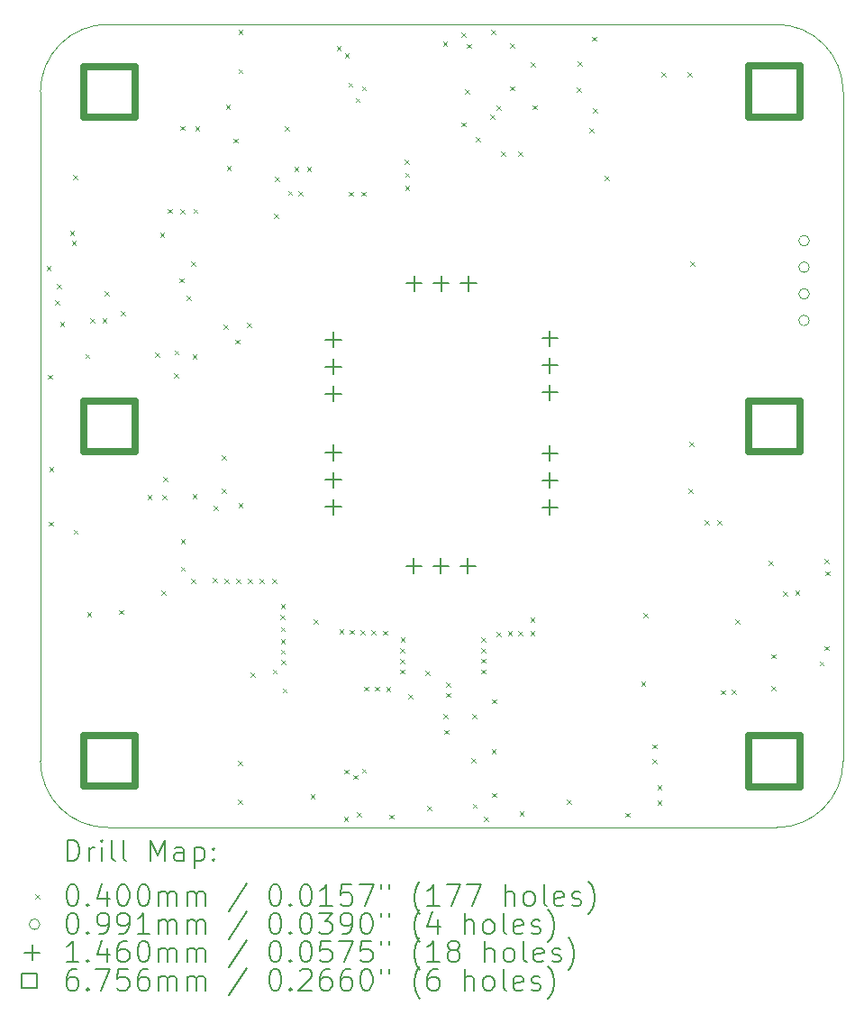
<source format=gbr>
%TF.GenerationSoftware,KiCad,Pcbnew,7.0.11*%
%TF.CreationDate,2024-03-28T06:20:29-04:00*%
%TF.ProjectId,Sensor-Board,53656e73-6f72-42d4-926f-6172642e6b69,rev?*%
%TF.SameCoordinates,Original*%
%TF.FileFunction,Drillmap*%
%TF.FilePolarity,Positive*%
%FSLAX45Y45*%
G04 Gerber Fmt 4.5, Leading zero omitted, Abs format (unit mm)*
G04 Created by KiCad (PCBNEW 7.0.11) date 2024-03-28 06:20:29*
%MOMM*%
%LPD*%
G01*
G04 APERTURE LIST*
%ADD10C,0.100000*%
%ADD11C,0.200000*%
%ADD12C,0.146000*%
%ADD13C,0.675640*%
G04 APERTURE END LIST*
D10*
X9995631Y-12709639D02*
G75*
G03*
X10630633Y-13332439I628899J6099D01*
G01*
X17539433Y-6423639D02*
X17539433Y-12709639D01*
X10630633Y-5788643D02*
G75*
G03*
X9995633Y-6423639I-3J-634997D01*
G01*
X9995633Y-6423639D02*
X9995633Y-12709639D01*
X16916633Y-13332443D02*
G75*
G03*
X17539433Y-12709639I-3J622803D01*
G01*
X17539431Y-6423639D02*
G75*
G03*
X16916633Y-5788639I-628901J6099D01*
G01*
X16916633Y-13332439D02*
X10630633Y-13332439D01*
X10630633Y-5788639D02*
X16916633Y-5788639D01*
D11*
D10*
X10052541Y-8060000D02*
X10092541Y-8100000D01*
X10092541Y-8060000D02*
X10052541Y-8100000D01*
X10067000Y-9078500D02*
X10107000Y-9118500D01*
X10107000Y-9078500D02*
X10067000Y-9118500D01*
X10074896Y-10460104D02*
X10114896Y-10500104D01*
X10114896Y-10460104D02*
X10074896Y-10500104D01*
X10080000Y-9945000D02*
X10120000Y-9985000D01*
X10120000Y-9945000D02*
X10080000Y-9985000D01*
X10135369Y-8382137D02*
X10175369Y-8422137D01*
X10175369Y-8382137D02*
X10135369Y-8422137D01*
X10149019Y-8231086D02*
X10189019Y-8271086D01*
X10189019Y-8231086D02*
X10149019Y-8271086D01*
X10181146Y-8586000D02*
X10221146Y-8626000D01*
X10221146Y-8586000D02*
X10181146Y-8626000D01*
X10274070Y-7725819D02*
X10314070Y-7765819D01*
X10314070Y-7725819D02*
X10274070Y-7765819D01*
X10291672Y-7824278D02*
X10331672Y-7864278D01*
X10331672Y-7824278D02*
X10291672Y-7864278D01*
X10301998Y-7204497D02*
X10341998Y-7244497D01*
X10341998Y-7204497D02*
X10301998Y-7244497D01*
X10307500Y-10535000D02*
X10347500Y-10575000D01*
X10347500Y-10535000D02*
X10307500Y-10575000D01*
X10417500Y-8885000D02*
X10457500Y-8925000D01*
X10457500Y-8885000D02*
X10417500Y-8925000D01*
X10434000Y-11308000D02*
X10474000Y-11348000D01*
X10474000Y-11308000D02*
X10434000Y-11348000D01*
X10462500Y-8550000D02*
X10502500Y-8590000D01*
X10502500Y-8550000D02*
X10462500Y-8590000D01*
X10577500Y-8552000D02*
X10617500Y-8592000D01*
X10617500Y-8552000D02*
X10577500Y-8592000D01*
X10602500Y-8298025D02*
X10642500Y-8338025D01*
X10642500Y-8298025D02*
X10602500Y-8338025D01*
X10733000Y-11290000D02*
X10773000Y-11330000D01*
X10773000Y-11290000D02*
X10733000Y-11330000D01*
X10755000Y-8482000D02*
X10795000Y-8522000D01*
X10795000Y-8482000D02*
X10755000Y-8522000D01*
X11003000Y-10211000D02*
X11043000Y-10251000D01*
X11043000Y-10211000D02*
X11003000Y-10251000D01*
X11074000Y-8871000D02*
X11114000Y-8911000D01*
X11114000Y-8871000D02*
X11074000Y-8911000D01*
X11120000Y-7745000D02*
X11160000Y-7785000D01*
X11160000Y-7745000D02*
X11120000Y-7785000D01*
X11135000Y-11107917D02*
X11175000Y-11147917D01*
X11175000Y-11107917D02*
X11135000Y-11147917D01*
X11142500Y-10211000D02*
X11182500Y-10251000D01*
X11182500Y-10211000D02*
X11142500Y-10251000D01*
X11150000Y-10041000D02*
X11190000Y-10081000D01*
X11190000Y-10041000D02*
X11150000Y-10081000D01*
X11190000Y-7522500D02*
X11230000Y-7562500D01*
X11230000Y-7522500D02*
X11190000Y-7562500D01*
X11252500Y-9067500D02*
X11292500Y-9107500D01*
X11292500Y-9067500D02*
X11252500Y-9107500D01*
X11255000Y-8850000D02*
X11295000Y-8890000D01*
X11295000Y-8850000D02*
X11255000Y-8890000D01*
X11305000Y-8172500D02*
X11345000Y-8212500D01*
X11345000Y-8172500D02*
X11305000Y-8212500D01*
X11310000Y-6742500D02*
X11350000Y-6782500D01*
X11350000Y-6742500D02*
X11310000Y-6782500D01*
X11312500Y-7527500D02*
X11352500Y-7567500D01*
X11352500Y-7527500D02*
X11312500Y-7567500D01*
X11315000Y-10624000D02*
X11355000Y-10664000D01*
X11355000Y-10624000D02*
X11315000Y-10664000D01*
X11315000Y-10882000D02*
X11355000Y-10922000D01*
X11355000Y-10882000D02*
X11315000Y-10922000D01*
X11370000Y-8337500D02*
X11410000Y-8377500D01*
X11410000Y-8337500D02*
X11370000Y-8377500D01*
X11414000Y-10994000D02*
X11454000Y-11034000D01*
X11454000Y-10994000D02*
X11414000Y-11034000D01*
X11415000Y-8018000D02*
X11455000Y-8058000D01*
X11455000Y-8018000D02*
X11415000Y-8058000D01*
X11426000Y-8888000D02*
X11466000Y-8928000D01*
X11466000Y-8888000D02*
X11426000Y-8928000D01*
X11426000Y-10200000D02*
X11466000Y-10240000D01*
X11466000Y-10200000D02*
X11426000Y-10240000D01*
X11434252Y-7520747D02*
X11474252Y-7560747D01*
X11474252Y-7520747D02*
X11434252Y-7560747D01*
X11450000Y-6744000D02*
X11490000Y-6784000D01*
X11490000Y-6744000D02*
X11450000Y-6784000D01*
X11615000Y-10991000D02*
X11655000Y-11031000D01*
X11655000Y-10991000D02*
X11615000Y-11031000D01*
X11623787Y-10308787D02*
X11663787Y-10348787D01*
X11663787Y-10308787D02*
X11623787Y-10348787D01*
X11700000Y-9835000D02*
X11740000Y-9875000D01*
X11740000Y-9835000D02*
X11700000Y-9875000D01*
X11702500Y-10147500D02*
X11742500Y-10187500D01*
X11742500Y-10147500D02*
X11702500Y-10187500D01*
X11717000Y-8610000D02*
X11757000Y-8650000D01*
X11757000Y-8610000D02*
X11717000Y-8650000D01*
X11723000Y-10994000D02*
X11763000Y-11034000D01*
X11763000Y-10994000D02*
X11723000Y-11034000D01*
X11737500Y-6541000D02*
X11777500Y-6581000D01*
X11777500Y-6541000D02*
X11737500Y-6581000D01*
X11747500Y-7117500D02*
X11787500Y-7157500D01*
X11787500Y-7117500D02*
X11747500Y-7157500D01*
X11812500Y-6860000D02*
X11852500Y-6900000D01*
X11852500Y-6860000D02*
X11812500Y-6900000D01*
X11827000Y-8749000D02*
X11867000Y-8789000D01*
X11867000Y-8749000D02*
X11827000Y-8789000D01*
X11837000Y-10997000D02*
X11877000Y-11037000D01*
X11877000Y-10997000D02*
X11837000Y-11037000D01*
X11855000Y-12710000D02*
X11895000Y-12750000D01*
X11895000Y-12710000D02*
X11855000Y-12750000D01*
X11855000Y-13070000D02*
X11895000Y-13110000D01*
X11895000Y-13070000D02*
X11855000Y-13110000D01*
X11856000Y-10286000D02*
X11896000Y-10326000D01*
X11896000Y-10286000D02*
X11856000Y-10326000D01*
X11858000Y-5839000D02*
X11898000Y-5879000D01*
X11898000Y-5839000D02*
X11858000Y-5879000D01*
X11858000Y-6208000D02*
X11898000Y-6248000D01*
X11898000Y-6208000D02*
X11858000Y-6248000D01*
X11939000Y-8592500D02*
X11979000Y-8632500D01*
X11979000Y-8592500D02*
X11939000Y-8632500D01*
X11947000Y-10998000D02*
X11987000Y-11038000D01*
X11987000Y-10998000D02*
X11947000Y-11038000D01*
X11969112Y-11879112D02*
X12009112Y-11919112D01*
X12009112Y-11879112D02*
X11969112Y-11919112D01*
X12059000Y-10997000D02*
X12099000Y-11037000D01*
X12099000Y-10997000D02*
X12059000Y-11037000D01*
X12173000Y-10997000D02*
X12213000Y-11037000D01*
X12213000Y-10997000D02*
X12173000Y-11037000D01*
X12178000Y-11847000D02*
X12218000Y-11887000D01*
X12218000Y-11847000D02*
X12178000Y-11887000D01*
X12190000Y-7565000D02*
X12230000Y-7605000D01*
X12230000Y-7565000D02*
X12190000Y-7605000D01*
X12197000Y-7223000D02*
X12237000Y-7263000D01*
X12237000Y-7223000D02*
X12197000Y-7263000D01*
X12253031Y-11336005D02*
X12293031Y-11376005D01*
X12293031Y-11336005D02*
X12253031Y-11376005D01*
X12254684Y-11449008D02*
X12294684Y-11489008D01*
X12294684Y-11449008D02*
X12254684Y-11489008D01*
X12254891Y-11562030D02*
X12294891Y-11602030D01*
X12294891Y-11562030D02*
X12254891Y-11602030D01*
X12255620Y-11662028D02*
X12295620Y-11702028D01*
X12295620Y-11662028D02*
X12255620Y-11702028D01*
X12256000Y-11232000D02*
X12296000Y-11272000D01*
X12296000Y-11232000D02*
X12256000Y-11272000D01*
X12257105Y-11762000D02*
X12297105Y-11802000D01*
X12297105Y-11762000D02*
X12257105Y-11802000D01*
X12272500Y-12025000D02*
X12312500Y-12065000D01*
X12312500Y-12025000D02*
X12272500Y-12065000D01*
X12293000Y-6744000D02*
X12333000Y-6784000D01*
X12333000Y-6744000D02*
X12293000Y-6784000D01*
X12322000Y-7353000D02*
X12362000Y-7393000D01*
X12362000Y-7353000D02*
X12322000Y-7393000D01*
X12382500Y-7130000D02*
X12422500Y-7170000D01*
X12422500Y-7130000D02*
X12382500Y-7170000D01*
X12421865Y-7358201D02*
X12461865Y-7398201D01*
X12461865Y-7358201D02*
X12421865Y-7398201D01*
X12500000Y-7130000D02*
X12540000Y-7170000D01*
X12540000Y-7130000D02*
X12500000Y-7170000D01*
X12533360Y-13020000D02*
X12573360Y-13060000D01*
X12573360Y-13020000D02*
X12533360Y-13060000D01*
X12564000Y-11380000D02*
X12604000Y-11420000D01*
X12604000Y-11380000D02*
X12564000Y-11420000D01*
X12780090Y-5994403D02*
X12820090Y-6034403D01*
X12820090Y-5994403D02*
X12780090Y-6034403D01*
X12805000Y-11471000D02*
X12845000Y-11511000D01*
X12845000Y-11471000D02*
X12805000Y-11511000D01*
X12847000Y-13232000D02*
X12887000Y-13272000D01*
X12887000Y-13232000D02*
X12847000Y-13272000D01*
X12849000Y-12787000D02*
X12889000Y-12827000D01*
X12889000Y-12787000D02*
X12849000Y-12827000D01*
X12856000Y-6059500D02*
X12896000Y-6099500D01*
X12896000Y-6059500D02*
X12856000Y-6099500D01*
X12889082Y-6336500D02*
X12929082Y-6376500D01*
X12929082Y-6336500D02*
X12889082Y-6376500D01*
X12892482Y-7360018D02*
X12932482Y-7400018D01*
X12932482Y-7360018D02*
X12892482Y-7400018D01*
X12904858Y-11476326D02*
X12944858Y-11516326D01*
X12944858Y-11476326D02*
X12904858Y-11516326D01*
X12935174Y-12837735D02*
X12975174Y-12877735D01*
X12975174Y-12837735D02*
X12935174Y-12877735D01*
X12958500Y-6479000D02*
X12998500Y-6519000D01*
X12998500Y-6479000D02*
X12958500Y-6519000D01*
X12970000Y-13192500D02*
X13010000Y-13232500D01*
X13010000Y-13192500D02*
X12970000Y-13232500D01*
X13004840Y-11478247D02*
X13044840Y-11518247D01*
X13044840Y-11478247D02*
X13004840Y-11518247D01*
X13012500Y-7360002D02*
X13052500Y-7400002D01*
X13052500Y-7360002D02*
X13012500Y-7400002D01*
X13016292Y-6368966D02*
X13056292Y-6408966D01*
X13056292Y-6368966D02*
X13016292Y-6408966D01*
X13016697Y-12779821D02*
X13056697Y-12819821D01*
X13056697Y-12779821D02*
X13016697Y-12819821D01*
X13037000Y-12008000D02*
X13077000Y-12048000D01*
X13077000Y-12008000D02*
X13037000Y-12048000D01*
X13104840Y-11477914D02*
X13144840Y-11517914D01*
X13144840Y-11477914D02*
X13104840Y-11517914D01*
X13136994Y-12008000D02*
X13176994Y-12048000D01*
X13176994Y-12008000D02*
X13136994Y-12048000D01*
X13219000Y-11484000D02*
X13259000Y-11524000D01*
X13259000Y-11484000D02*
X13219000Y-11524000D01*
X13245162Y-12012000D02*
X13285162Y-12052000D01*
X13285162Y-12012000D02*
X13245162Y-12052000D01*
X13272500Y-13210000D02*
X13312500Y-13250000D01*
X13312500Y-13210000D02*
X13272500Y-13250000D01*
X13377000Y-11848000D02*
X13417000Y-11888000D01*
X13417000Y-11848000D02*
X13377000Y-11888000D01*
X13377871Y-11648012D02*
X13417871Y-11688012D01*
X13417871Y-11648012D02*
X13377871Y-11688012D01*
X13378484Y-11748011D02*
X13418484Y-11788011D01*
X13418484Y-11748011D02*
X13378484Y-11788011D01*
X13380293Y-11548019D02*
X13420293Y-11588019D01*
X13420293Y-11548019D02*
X13380293Y-11588019D01*
X13420000Y-7060000D02*
X13460000Y-7100000D01*
X13460000Y-7060000D02*
X13420000Y-7100000D01*
X13422500Y-7182500D02*
X13462500Y-7222500D01*
X13462500Y-7182500D02*
X13422500Y-7222500D01*
X13422500Y-7307500D02*
X13462500Y-7347500D01*
X13462500Y-7307500D02*
X13422500Y-7347500D01*
X13452659Y-12078609D02*
X13492659Y-12118609D01*
X13492659Y-12078609D02*
X13452659Y-12118609D01*
X13616000Y-11863000D02*
X13656000Y-11903000D01*
X13656000Y-11863000D02*
X13616000Y-11903000D01*
X13630240Y-13131535D02*
X13670240Y-13171535D01*
X13670240Y-13131535D02*
X13630240Y-13171535D01*
X13779044Y-5949391D02*
X13819044Y-5989391D01*
X13819044Y-5949391D02*
X13779044Y-5989391D01*
X13784215Y-12266480D02*
X13824215Y-12306480D01*
X13824215Y-12266480D02*
X13784215Y-12306480D01*
X13794584Y-12415095D02*
X13834584Y-12455095D01*
X13834584Y-12415095D02*
X13794584Y-12455095D01*
X13808997Y-12069000D02*
X13848997Y-12109000D01*
X13848997Y-12069000D02*
X13808997Y-12109000D01*
X13809000Y-11969000D02*
X13849000Y-12009000D01*
X13849000Y-11969000D02*
X13809000Y-12009000D01*
X13951193Y-6709543D02*
X13991193Y-6749543D01*
X13991193Y-6709543D02*
X13951193Y-6749543D01*
X13955000Y-5863500D02*
X13995000Y-5903500D01*
X13995000Y-5863500D02*
X13955000Y-5903500D01*
X13987338Y-6397103D02*
X14027338Y-6437103D01*
X14027338Y-6397103D02*
X13987338Y-6437103D01*
X14004999Y-5971000D02*
X14044999Y-6011000D01*
X14044999Y-5971000D02*
X14004999Y-6011000D01*
X14048082Y-12684691D02*
X14088082Y-12724691D01*
X14088082Y-12684691D02*
X14048082Y-12724691D01*
X14053000Y-12268000D02*
X14093000Y-12308000D01*
X14093000Y-12268000D02*
X14053000Y-12308000D01*
X14057891Y-13108628D02*
X14097891Y-13148628D01*
X14097891Y-13108628D02*
X14057891Y-13148628D01*
X14090000Y-6847500D02*
X14130000Y-6887500D01*
X14130000Y-6847500D02*
X14090000Y-6887500D01*
X14136000Y-11746000D02*
X14176000Y-11786000D01*
X14176000Y-11746000D02*
X14136000Y-11786000D01*
X14136967Y-11546006D02*
X14176967Y-11586006D01*
X14176967Y-11546006D02*
X14136967Y-11586006D01*
X14137000Y-11848000D02*
X14177000Y-11888000D01*
X14177000Y-11848000D02*
X14137000Y-11888000D01*
X14137149Y-11646006D02*
X14177149Y-11686006D01*
X14177149Y-11646006D02*
X14137149Y-11686006D01*
X14162500Y-13235000D02*
X14202500Y-13275000D01*
X14202500Y-13235000D02*
X14162500Y-13275000D01*
X14226312Y-6639366D02*
X14266312Y-6679366D01*
X14266312Y-6639366D02*
X14226312Y-6679366D01*
X14235000Y-5840000D02*
X14275000Y-5880000D01*
X14275000Y-5840000D02*
X14235000Y-5880000D01*
X14236617Y-12598622D02*
X14276617Y-12638622D01*
X14276617Y-12598622D02*
X14236617Y-12638622D01*
X14240011Y-12126229D02*
X14280011Y-12166229D01*
X14280011Y-12126229D02*
X14240011Y-12166229D01*
X14241577Y-13007582D02*
X14281577Y-13047582D01*
X14281577Y-13007582D02*
X14241577Y-13047582D01*
X14280000Y-6555000D02*
X14320000Y-6595000D01*
X14320000Y-6555000D02*
X14280000Y-6595000D01*
X14284000Y-11494000D02*
X14324000Y-11534000D01*
X14324000Y-11494000D02*
X14284000Y-11534000D01*
X14325000Y-6982500D02*
X14365000Y-7022500D01*
X14365000Y-6982500D02*
X14325000Y-7022500D01*
X14388000Y-11491000D02*
X14428000Y-11531000D01*
X14428000Y-11491000D02*
X14388000Y-11531000D01*
X14408948Y-6370258D02*
X14448948Y-6410258D01*
X14448948Y-6370258D02*
X14408948Y-6410258D01*
X14408972Y-5970226D02*
X14448972Y-6010226D01*
X14448972Y-5970226D02*
X14408972Y-6010226D01*
X14487500Y-6982500D02*
X14527500Y-7022500D01*
X14527500Y-6982500D02*
X14487500Y-7022500D01*
X14487999Y-11490495D02*
X14527999Y-11530495D01*
X14527999Y-11490495D02*
X14487999Y-11530495D01*
X14498000Y-13179000D02*
X14538000Y-13219000D01*
X14538000Y-13179000D02*
X14498000Y-13219000D01*
X14600000Y-11362500D02*
X14640000Y-11402500D01*
X14640000Y-11362500D02*
X14600000Y-11402500D01*
X14601000Y-11491000D02*
X14641000Y-11531000D01*
X14641000Y-11491000D02*
X14601000Y-11531000D01*
X14605000Y-6147500D02*
X14645000Y-6187500D01*
X14645000Y-6147500D02*
X14605000Y-6187500D01*
X14622500Y-6547500D02*
X14662500Y-6587500D01*
X14662500Y-6547500D02*
X14622500Y-6587500D01*
X14944000Y-13074000D02*
X14984000Y-13114000D01*
X14984000Y-13074000D02*
X14944000Y-13114000D01*
X15038312Y-6380812D02*
X15078312Y-6420812D01*
X15078312Y-6380812D02*
X15038312Y-6420812D01*
X15041853Y-6136853D02*
X15081853Y-6176853D01*
X15081853Y-6136853D02*
X15041853Y-6176853D01*
X15154000Y-6766000D02*
X15194000Y-6806000D01*
X15194000Y-6766000D02*
X15154000Y-6806000D01*
X15182500Y-5905000D02*
X15222500Y-5945000D01*
X15222500Y-5905000D02*
X15182500Y-5945000D01*
X15187500Y-6580000D02*
X15227500Y-6620000D01*
X15227500Y-6580000D02*
X15187500Y-6620000D01*
X15299000Y-7213000D02*
X15339000Y-7253000D01*
X15339000Y-7213000D02*
X15299000Y-7253000D01*
X15492500Y-13195000D02*
X15532500Y-13235000D01*
X15532500Y-13195000D02*
X15492500Y-13235000D01*
X15642500Y-11960000D02*
X15682500Y-12000000D01*
X15682500Y-11960000D02*
X15642500Y-12000000D01*
X15660000Y-11320000D02*
X15700000Y-11360000D01*
X15700000Y-11320000D02*
X15660000Y-11360000D01*
X15745000Y-12690000D02*
X15785000Y-12730000D01*
X15785000Y-12690000D02*
X15745000Y-12730000D01*
X15747500Y-12550000D02*
X15787500Y-12590000D01*
X15787500Y-12550000D02*
X15747500Y-12590000D01*
X15795000Y-12937500D02*
X15835000Y-12977500D01*
X15835000Y-12937500D02*
X15795000Y-12977500D01*
X15795000Y-13077500D02*
X15835000Y-13117500D01*
X15835000Y-13077500D02*
X15795000Y-13117500D01*
X15830000Y-6240000D02*
X15870000Y-6280000D01*
X15870000Y-6240000D02*
X15830000Y-6280000D01*
X16075000Y-6240000D02*
X16115000Y-6280000D01*
X16115000Y-6240000D02*
X16075000Y-6280000D01*
X16086000Y-10151000D02*
X16126000Y-10191000D01*
X16126000Y-10151000D02*
X16086000Y-10191000D01*
X16095000Y-9712500D02*
X16135000Y-9752500D01*
X16135000Y-9712500D02*
X16095000Y-9752500D01*
X16102500Y-8016500D02*
X16142500Y-8056500D01*
X16142500Y-8016500D02*
X16102500Y-8056500D01*
X16237500Y-10445000D02*
X16277500Y-10485000D01*
X16277500Y-10445000D02*
X16237500Y-10485000D01*
X16360000Y-10449000D02*
X16400000Y-10489000D01*
X16400000Y-10449000D02*
X16360000Y-10489000D01*
X16393247Y-12043247D02*
X16433247Y-12083247D01*
X16433247Y-12043247D02*
X16393247Y-12083247D01*
X16493062Y-12037161D02*
X16533062Y-12077161D01*
X16533062Y-12037161D02*
X16493062Y-12077161D01*
X16525000Y-11377500D02*
X16565000Y-11417500D01*
X16565000Y-11377500D02*
X16525000Y-11417500D01*
X16842500Y-10830000D02*
X16882500Y-10870000D01*
X16882500Y-10830000D02*
X16842500Y-10870000D01*
X16867500Y-11703247D02*
X16907500Y-11743247D01*
X16907500Y-11703247D02*
X16867500Y-11743247D01*
X16867500Y-12003247D02*
X16907500Y-12043247D01*
X16907500Y-12003247D02*
X16867500Y-12043247D01*
X16972500Y-11112500D02*
X17012500Y-11152500D01*
X17012500Y-11112500D02*
X16972500Y-11152500D01*
X17090000Y-11110000D02*
X17130000Y-11150000D01*
X17130000Y-11110000D02*
X17090000Y-11150000D01*
X17317500Y-11772500D02*
X17357500Y-11812500D01*
X17357500Y-11772500D02*
X17317500Y-11812500D01*
X17362500Y-10812500D02*
X17402500Y-10852500D01*
X17402500Y-10812500D02*
X17362500Y-10852500D01*
X17367500Y-11627500D02*
X17407500Y-11667500D01*
X17407500Y-11627500D02*
X17367500Y-11667500D01*
X17372782Y-10924718D02*
X17412782Y-10964718D01*
X17412782Y-10924718D02*
X17372782Y-10964718D01*
X17222030Y-7820000D02*
G75*
G03*
X17122970Y-7820000I-49530J0D01*
G01*
X17122970Y-7820000D02*
G75*
G03*
X17222030Y-7820000I49530J0D01*
G01*
X17222030Y-8070000D02*
G75*
G03*
X17122970Y-8070000I-49530J0D01*
G01*
X17122970Y-8070000D02*
G75*
G03*
X17222030Y-8070000I49530J0D01*
G01*
X17222030Y-8320000D02*
G75*
G03*
X17122970Y-8320000I-49530J0D01*
G01*
X17122970Y-8320000D02*
G75*
G03*
X17222030Y-8320000I49530J0D01*
G01*
X17222030Y-8570000D02*
G75*
G03*
X17122970Y-8570000I-49530J0D01*
G01*
X17122970Y-8570000D02*
G75*
G03*
X17222030Y-8570000I49530J0D01*
G01*
D12*
X12750000Y-8677000D02*
X12750000Y-8823000D01*
X12677000Y-8750000D02*
X12823000Y-8750000D01*
X12750000Y-8931000D02*
X12750000Y-9077000D01*
X12677000Y-9004000D02*
X12823000Y-9004000D01*
X12750000Y-9186000D02*
X12750000Y-9332000D01*
X12677000Y-9259000D02*
X12823000Y-9259000D01*
X12750000Y-9738000D02*
X12750000Y-9884000D01*
X12677000Y-9811000D02*
X12823000Y-9811000D01*
X12750000Y-9993000D02*
X12750000Y-10139000D01*
X12677000Y-10066000D02*
X12823000Y-10066000D01*
X12750000Y-10247000D02*
X12750000Y-10393000D01*
X12677000Y-10320000D02*
X12823000Y-10320000D01*
X13505000Y-10802000D02*
X13505000Y-10948000D01*
X13432000Y-10875000D02*
X13578000Y-10875000D01*
X13510000Y-8147000D02*
X13510000Y-8293000D01*
X13437000Y-8220000D02*
X13583000Y-8220000D01*
X13759000Y-10802000D02*
X13759000Y-10948000D01*
X13686000Y-10875000D02*
X13832000Y-10875000D01*
X13764000Y-8147000D02*
X13764000Y-8293000D01*
X13691000Y-8220000D02*
X13837000Y-8220000D01*
X14014000Y-10802000D02*
X14014000Y-10948000D01*
X13941000Y-10875000D02*
X14087000Y-10875000D01*
X14019000Y-8147000D02*
X14019000Y-8293000D01*
X13946000Y-8220000D02*
X14092000Y-8220000D01*
X14785000Y-8665000D02*
X14785000Y-8811000D01*
X14712000Y-8738000D02*
X14858000Y-8738000D01*
X14785000Y-8920000D02*
X14785000Y-9066000D01*
X14712000Y-8993000D02*
X14858000Y-8993000D01*
X14785000Y-9174000D02*
X14785000Y-9320000D01*
X14712000Y-9247000D02*
X14858000Y-9247000D01*
X14785000Y-9743000D02*
X14785000Y-9889000D01*
X14712000Y-9816000D02*
X14858000Y-9816000D01*
X14785000Y-9997000D02*
X14785000Y-10143000D01*
X14712000Y-10070000D02*
X14858000Y-10070000D01*
X14785000Y-10252000D02*
X14785000Y-10398000D01*
X14712000Y-10325000D02*
X14858000Y-10325000D01*
D13*
X10883897Y-6662517D02*
X10883897Y-6184763D01*
X10406143Y-6184763D01*
X10406143Y-6662517D01*
X10883897Y-6662517D01*
X10883897Y-9801627D02*
X10883897Y-9323873D01*
X10406143Y-9323873D01*
X10406143Y-9801627D01*
X10883897Y-9801627D01*
X10883897Y-12944717D02*
X10883897Y-12466963D01*
X10406143Y-12466963D01*
X10406143Y-12944717D01*
X10883897Y-12944717D01*
X17132297Y-6658537D02*
X17132297Y-6180783D01*
X16654543Y-6180783D01*
X16654543Y-6658537D01*
X17132297Y-6658537D01*
X17132297Y-9801627D02*
X17132297Y-9323873D01*
X16654543Y-9323873D01*
X16654543Y-9801627D01*
X17132297Y-9801627D01*
X17132297Y-12948517D02*
X17132297Y-12470763D01*
X16654543Y-12470763D01*
X16654543Y-12948517D01*
X17132297Y-12948517D01*
D11*
X10251410Y-13648952D02*
X10251410Y-13448952D01*
X10251410Y-13448952D02*
X10299029Y-13448952D01*
X10299029Y-13448952D02*
X10327600Y-13458476D01*
X10327600Y-13458476D02*
X10346648Y-13477523D01*
X10346648Y-13477523D02*
X10356171Y-13496571D01*
X10356171Y-13496571D02*
X10365695Y-13534666D01*
X10365695Y-13534666D02*
X10365695Y-13563238D01*
X10365695Y-13563238D02*
X10356171Y-13601333D01*
X10356171Y-13601333D02*
X10346648Y-13620381D01*
X10346648Y-13620381D02*
X10327600Y-13639428D01*
X10327600Y-13639428D02*
X10299029Y-13648952D01*
X10299029Y-13648952D02*
X10251410Y-13648952D01*
X10451410Y-13648952D02*
X10451410Y-13515619D01*
X10451410Y-13553714D02*
X10460933Y-13534666D01*
X10460933Y-13534666D02*
X10470457Y-13525142D01*
X10470457Y-13525142D02*
X10489505Y-13515619D01*
X10489505Y-13515619D02*
X10508552Y-13515619D01*
X10575219Y-13648952D02*
X10575219Y-13515619D01*
X10575219Y-13448952D02*
X10565695Y-13458476D01*
X10565695Y-13458476D02*
X10575219Y-13468000D01*
X10575219Y-13468000D02*
X10584743Y-13458476D01*
X10584743Y-13458476D02*
X10575219Y-13448952D01*
X10575219Y-13448952D02*
X10575219Y-13468000D01*
X10699029Y-13648952D02*
X10679981Y-13639428D01*
X10679981Y-13639428D02*
X10670457Y-13620381D01*
X10670457Y-13620381D02*
X10670457Y-13448952D01*
X10803790Y-13648952D02*
X10784743Y-13639428D01*
X10784743Y-13639428D02*
X10775219Y-13620381D01*
X10775219Y-13620381D02*
X10775219Y-13448952D01*
X11032362Y-13648952D02*
X11032362Y-13448952D01*
X11032362Y-13448952D02*
X11099029Y-13591809D01*
X11099029Y-13591809D02*
X11165695Y-13448952D01*
X11165695Y-13448952D02*
X11165695Y-13648952D01*
X11346648Y-13648952D02*
X11346648Y-13544190D01*
X11346648Y-13544190D02*
X11337124Y-13525142D01*
X11337124Y-13525142D02*
X11318076Y-13515619D01*
X11318076Y-13515619D02*
X11279981Y-13515619D01*
X11279981Y-13515619D02*
X11260933Y-13525142D01*
X11346648Y-13639428D02*
X11327600Y-13648952D01*
X11327600Y-13648952D02*
X11279981Y-13648952D01*
X11279981Y-13648952D02*
X11260933Y-13639428D01*
X11260933Y-13639428D02*
X11251409Y-13620381D01*
X11251409Y-13620381D02*
X11251409Y-13601333D01*
X11251409Y-13601333D02*
X11260933Y-13582285D01*
X11260933Y-13582285D02*
X11279981Y-13572762D01*
X11279981Y-13572762D02*
X11327600Y-13572762D01*
X11327600Y-13572762D02*
X11346648Y-13563238D01*
X11441886Y-13515619D02*
X11441886Y-13715619D01*
X11441886Y-13525142D02*
X11460933Y-13515619D01*
X11460933Y-13515619D02*
X11499029Y-13515619D01*
X11499029Y-13515619D02*
X11518076Y-13525142D01*
X11518076Y-13525142D02*
X11527600Y-13534666D01*
X11527600Y-13534666D02*
X11537124Y-13553714D01*
X11537124Y-13553714D02*
X11537124Y-13610857D01*
X11537124Y-13610857D02*
X11527600Y-13629904D01*
X11527600Y-13629904D02*
X11518076Y-13639428D01*
X11518076Y-13639428D02*
X11499029Y-13648952D01*
X11499029Y-13648952D02*
X11460933Y-13648952D01*
X11460933Y-13648952D02*
X11441886Y-13639428D01*
X11622838Y-13629904D02*
X11632362Y-13639428D01*
X11632362Y-13639428D02*
X11622838Y-13648952D01*
X11622838Y-13648952D02*
X11613314Y-13639428D01*
X11613314Y-13639428D02*
X11622838Y-13629904D01*
X11622838Y-13629904D02*
X11622838Y-13648952D01*
X11622838Y-13525142D02*
X11632362Y-13534666D01*
X11632362Y-13534666D02*
X11622838Y-13544190D01*
X11622838Y-13544190D02*
X11613314Y-13534666D01*
X11613314Y-13534666D02*
X11622838Y-13525142D01*
X11622838Y-13525142D02*
X11622838Y-13544190D01*
D10*
X9950633Y-13957468D02*
X9990633Y-13997468D01*
X9990633Y-13957468D02*
X9950633Y-13997468D01*
D11*
X10289505Y-13868952D02*
X10308552Y-13868952D01*
X10308552Y-13868952D02*
X10327600Y-13878476D01*
X10327600Y-13878476D02*
X10337124Y-13888000D01*
X10337124Y-13888000D02*
X10346648Y-13907047D01*
X10346648Y-13907047D02*
X10356171Y-13945142D01*
X10356171Y-13945142D02*
X10356171Y-13992762D01*
X10356171Y-13992762D02*
X10346648Y-14030857D01*
X10346648Y-14030857D02*
X10337124Y-14049904D01*
X10337124Y-14049904D02*
X10327600Y-14059428D01*
X10327600Y-14059428D02*
X10308552Y-14068952D01*
X10308552Y-14068952D02*
X10289505Y-14068952D01*
X10289505Y-14068952D02*
X10270457Y-14059428D01*
X10270457Y-14059428D02*
X10260933Y-14049904D01*
X10260933Y-14049904D02*
X10251410Y-14030857D01*
X10251410Y-14030857D02*
X10241886Y-13992762D01*
X10241886Y-13992762D02*
X10241886Y-13945142D01*
X10241886Y-13945142D02*
X10251410Y-13907047D01*
X10251410Y-13907047D02*
X10260933Y-13888000D01*
X10260933Y-13888000D02*
X10270457Y-13878476D01*
X10270457Y-13878476D02*
X10289505Y-13868952D01*
X10441886Y-14049904D02*
X10451410Y-14059428D01*
X10451410Y-14059428D02*
X10441886Y-14068952D01*
X10441886Y-14068952D02*
X10432362Y-14059428D01*
X10432362Y-14059428D02*
X10441886Y-14049904D01*
X10441886Y-14049904D02*
X10441886Y-14068952D01*
X10622838Y-13935619D02*
X10622838Y-14068952D01*
X10575219Y-13859428D02*
X10527600Y-14002285D01*
X10527600Y-14002285D02*
X10651410Y-14002285D01*
X10765695Y-13868952D02*
X10784743Y-13868952D01*
X10784743Y-13868952D02*
X10803791Y-13878476D01*
X10803791Y-13878476D02*
X10813314Y-13888000D01*
X10813314Y-13888000D02*
X10822838Y-13907047D01*
X10822838Y-13907047D02*
X10832362Y-13945142D01*
X10832362Y-13945142D02*
X10832362Y-13992762D01*
X10832362Y-13992762D02*
X10822838Y-14030857D01*
X10822838Y-14030857D02*
X10813314Y-14049904D01*
X10813314Y-14049904D02*
X10803791Y-14059428D01*
X10803791Y-14059428D02*
X10784743Y-14068952D01*
X10784743Y-14068952D02*
X10765695Y-14068952D01*
X10765695Y-14068952D02*
X10746648Y-14059428D01*
X10746648Y-14059428D02*
X10737124Y-14049904D01*
X10737124Y-14049904D02*
X10727600Y-14030857D01*
X10727600Y-14030857D02*
X10718076Y-13992762D01*
X10718076Y-13992762D02*
X10718076Y-13945142D01*
X10718076Y-13945142D02*
X10727600Y-13907047D01*
X10727600Y-13907047D02*
X10737124Y-13888000D01*
X10737124Y-13888000D02*
X10746648Y-13878476D01*
X10746648Y-13878476D02*
X10765695Y-13868952D01*
X10956171Y-13868952D02*
X10975219Y-13868952D01*
X10975219Y-13868952D02*
X10994267Y-13878476D01*
X10994267Y-13878476D02*
X11003791Y-13888000D01*
X11003791Y-13888000D02*
X11013314Y-13907047D01*
X11013314Y-13907047D02*
X11022838Y-13945142D01*
X11022838Y-13945142D02*
X11022838Y-13992762D01*
X11022838Y-13992762D02*
X11013314Y-14030857D01*
X11013314Y-14030857D02*
X11003791Y-14049904D01*
X11003791Y-14049904D02*
X10994267Y-14059428D01*
X10994267Y-14059428D02*
X10975219Y-14068952D01*
X10975219Y-14068952D02*
X10956171Y-14068952D01*
X10956171Y-14068952D02*
X10937124Y-14059428D01*
X10937124Y-14059428D02*
X10927600Y-14049904D01*
X10927600Y-14049904D02*
X10918076Y-14030857D01*
X10918076Y-14030857D02*
X10908552Y-13992762D01*
X10908552Y-13992762D02*
X10908552Y-13945142D01*
X10908552Y-13945142D02*
X10918076Y-13907047D01*
X10918076Y-13907047D02*
X10927600Y-13888000D01*
X10927600Y-13888000D02*
X10937124Y-13878476D01*
X10937124Y-13878476D02*
X10956171Y-13868952D01*
X11108552Y-14068952D02*
X11108552Y-13935619D01*
X11108552Y-13954666D02*
X11118076Y-13945142D01*
X11118076Y-13945142D02*
X11137124Y-13935619D01*
X11137124Y-13935619D02*
X11165695Y-13935619D01*
X11165695Y-13935619D02*
X11184743Y-13945142D01*
X11184743Y-13945142D02*
X11194267Y-13964190D01*
X11194267Y-13964190D02*
X11194267Y-14068952D01*
X11194267Y-13964190D02*
X11203790Y-13945142D01*
X11203790Y-13945142D02*
X11222838Y-13935619D01*
X11222838Y-13935619D02*
X11251409Y-13935619D01*
X11251409Y-13935619D02*
X11270457Y-13945142D01*
X11270457Y-13945142D02*
X11279981Y-13964190D01*
X11279981Y-13964190D02*
X11279981Y-14068952D01*
X11375219Y-14068952D02*
X11375219Y-13935619D01*
X11375219Y-13954666D02*
X11384743Y-13945142D01*
X11384743Y-13945142D02*
X11403790Y-13935619D01*
X11403790Y-13935619D02*
X11432362Y-13935619D01*
X11432362Y-13935619D02*
X11451410Y-13945142D01*
X11451410Y-13945142D02*
X11460933Y-13964190D01*
X11460933Y-13964190D02*
X11460933Y-14068952D01*
X11460933Y-13964190D02*
X11470457Y-13945142D01*
X11470457Y-13945142D02*
X11489505Y-13935619D01*
X11489505Y-13935619D02*
X11518076Y-13935619D01*
X11518076Y-13935619D02*
X11537124Y-13945142D01*
X11537124Y-13945142D02*
X11546648Y-13964190D01*
X11546648Y-13964190D02*
X11546648Y-14068952D01*
X11937124Y-13859428D02*
X11765695Y-14116571D01*
X12194267Y-13868952D02*
X12213314Y-13868952D01*
X12213314Y-13868952D02*
X12232362Y-13878476D01*
X12232362Y-13878476D02*
X12241886Y-13888000D01*
X12241886Y-13888000D02*
X12251410Y-13907047D01*
X12251410Y-13907047D02*
X12260933Y-13945142D01*
X12260933Y-13945142D02*
X12260933Y-13992762D01*
X12260933Y-13992762D02*
X12251410Y-14030857D01*
X12251410Y-14030857D02*
X12241886Y-14049904D01*
X12241886Y-14049904D02*
X12232362Y-14059428D01*
X12232362Y-14059428D02*
X12213314Y-14068952D01*
X12213314Y-14068952D02*
X12194267Y-14068952D01*
X12194267Y-14068952D02*
X12175219Y-14059428D01*
X12175219Y-14059428D02*
X12165695Y-14049904D01*
X12165695Y-14049904D02*
X12156172Y-14030857D01*
X12156172Y-14030857D02*
X12146648Y-13992762D01*
X12146648Y-13992762D02*
X12146648Y-13945142D01*
X12146648Y-13945142D02*
X12156172Y-13907047D01*
X12156172Y-13907047D02*
X12165695Y-13888000D01*
X12165695Y-13888000D02*
X12175219Y-13878476D01*
X12175219Y-13878476D02*
X12194267Y-13868952D01*
X12346648Y-14049904D02*
X12356172Y-14059428D01*
X12356172Y-14059428D02*
X12346648Y-14068952D01*
X12346648Y-14068952D02*
X12337124Y-14059428D01*
X12337124Y-14059428D02*
X12346648Y-14049904D01*
X12346648Y-14049904D02*
X12346648Y-14068952D01*
X12479981Y-13868952D02*
X12499029Y-13868952D01*
X12499029Y-13868952D02*
X12518076Y-13878476D01*
X12518076Y-13878476D02*
X12527600Y-13888000D01*
X12527600Y-13888000D02*
X12537124Y-13907047D01*
X12537124Y-13907047D02*
X12546648Y-13945142D01*
X12546648Y-13945142D02*
X12546648Y-13992762D01*
X12546648Y-13992762D02*
X12537124Y-14030857D01*
X12537124Y-14030857D02*
X12527600Y-14049904D01*
X12527600Y-14049904D02*
X12518076Y-14059428D01*
X12518076Y-14059428D02*
X12499029Y-14068952D01*
X12499029Y-14068952D02*
X12479981Y-14068952D01*
X12479981Y-14068952D02*
X12460933Y-14059428D01*
X12460933Y-14059428D02*
X12451410Y-14049904D01*
X12451410Y-14049904D02*
X12441886Y-14030857D01*
X12441886Y-14030857D02*
X12432362Y-13992762D01*
X12432362Y-13992762D02*
X12432362Y-13945142D01*
X12432362Y-13945142D02*
X12441886Y-13907047D01*
X12441886Y-13907047D02*
X12451410Y-13888000D01*
X12451410Y-13888000D02*
X12460933Y-13878476D01*
X12460933Y-13878476D02*
X12479981Y-13868952D01*
X12737124Y-14068952D02*
X12622838Y-14068952D01*
X12679981Y-14068952D02*
X12679981Y-13868952D01*
X12679981Y-13868952D02*
X12660933Y-13897523D01*
X12660933Y-13897523D02*
X12641886Y-13916571D01*
X12641886Y-13916571D02*
X12622838Y-13926095D01*
X12918076Y-13868952D02*
X12822838Y-13868952D01*
X12822838Y-13868952D02*
X12813314Y-13964190D01*
X12813314Y-13964190D02*
X12822838Y-13954666D01*
X12822838Y-13954666D02*
X12841886Y-13945142D01*
X12841886Y-13945142D02*
X12889505Y-13945142D01*
X12889505Y-13945142D02*
X12908553Y-13954666D01*
X12908553Y-13954666D02*
X12918076Y-13964190D01*
X12918076Y-13964190D02*
X12927600Y-13983238D01*
X12927600Y-13983238D02*
X12927600Y-14030857D01*
X12927600Y-14030857D02*
X12918076Y-14049904D01*
X12918076Y-14049904D02*
X12908553Y-14059428D01*
X12908553Y-14059428D02*
X12889505Y-14068952D01*
X12889505Y-14068952D02*
X12841886Y-14068952D01*
X12841886Y-14068952D02*
X12822838Y-14059428D01*
X12822838Y-14059428D02*
X12813314Y-14049904D01*
X12994267Y-13868952D02*
X13127600Y-13868952D01*
X13127600Y-13868952D02*
X13041886Y-14068952D01*
X13194267Y-13868952D02*
X13194267Y-13907047D01*
X13270457Y-13868952D02*
X13270457Y-13907047D01*
X13565696Y-14145142D02*
X13556172Y-14135619D01*
X13556172Y-14135619D02*
X13537124Y-14107047D01*
X13537124Y-14107047D02*
X13527600Y-14088000D01*
X13527600Y-14088000D02*
X13518076Y-14059428D01*
X13518076Y-14059428D02*
X13508553Y-14011809D01*
X13508553Y-14011809D02*
X13508553Y-13973714D01*
X13508553Y-13973714D02*
X13518076Y-13926095D01*
X13518076Y-13926095D02*
X13527600Y-13897523D01*
X13527600Y-13897523D02*
X13537124Y-13878476D01*
X13537124Y-13878476D02*
X13556172Y-13849904D01*
X13556172Y-13849904D02*
X13565696Y-13840381D01*
X13746648Y-14068952D02*
X13632362Y-14068952D01*
X13689505Y-14068952D02*
X13689505Y-13868952D01*
X13689505Y-13868952D02*
X13670457Y-13897523D01*
X13670457Y-13897523D02*
X13651410Y-13916571D01*
X13651410Y-13916571D02*
X13632362Y-13926095D01*
X13813315Y-13868952D02*
X13946648Y-13868952D01*
X13946648Y-13868952D02*
X13860934Y-14068952D01*
X14003791Y-13868952D02*
X14137124Y-13868952D01*
X14137124Y-13868952D02*
X14051410Y-14068952D01*
X14365696Y-14068952D02*
X14365696Y-13868952D01*
X14451410Y-14068952D02*
X14451410Y-13964190D01*
X14451410Y-13964190D02*
X14441886Y-13945142D01*
X14441886Y-13945142D02*
X14422838Y-13935619D01*
X14422838Y-13935619D02*
X14394267Y-13935619D01*
X14394267Y-13935619D02*
X14375219Y-13945142D01*
X14375219Y-13945142D02*
X14365696Y-13954666D01*
X14575219Y-14068952D02*
X14556172Y-14059428D01*
X14556172Y-14059428D02*
X14546648Y-14049904D01*
X14546648Y-14049904D02*
X14537124Y-14030857D01*
X14537124Y-14030857D02*
X14537124Y-13973714D01*
X14537124Y-13973714D02*
X14546648Y-13954666D01*
X14546648Y-13954666D02*
X14556172Y-13945142D01*
X14556172Y-13945142D02*
X14575219Y-13935619D01*
X14575219Y-13935619D02*
X14603791Y-13935619D01*
X14603791Y-13935619D02*
X14622838Y-13945142D01*
X14622838Y-13945142D02*
X14632362Y-13954666D01*
X14632362Y-13954666D02*
X14641886Y-13973714D01*
X14641886Y-13973714D02*
X14641886Y-14030857D01*
X14641886Y-14030857D02*
X14632362Y-14049904D01*
X14632362Y-14049904D02*
X14622838Y-14059428D01*
X14622838Y-14059428D02*
X14603791Y-14068952D01*
X14603791Y-14068952D02*
X14575219Y-14068952D01*
X14756172Y-14068952D02*
X14737124Y-14059428D01*
X14737124Y-14059428D02*
X14727600Y-14040381D01*
X14727600Y-14040381D02*
X14727600Y-13868952D01*
X14908553Y-14059428D02*
X14889505Y-14068952D01*
X14889505Y-14068952D02*
X14851410Y-14068952D01*
X14851410Y-14068952D02*
X14832362Y-14059428D01*
X14832362Y-14059428D02*
X14822838Y-14040381D01*
X14822838Y-14040381D02*
X14822838Y-13964190D01*
X14822838Y-13964190D02*
X14832362Y-13945142D01*
X14832362Y-13945142D02*
X14851410Y-13935619D01*
X14851410Y-13935619D02*
X14889505Y-13935619D01*
X14889505Y-13935619D02*
X14908553Y-13945142D01*
X14908553Y-13945142D02*
X14918077Y-13964190D01*
X14918077Y-13964190D02*
X14918077Y-13983238D01*
X14918077Y-13983238D02*
X14822838Y-14002285D01*
X14994267Y-14059428D02*
X15013315Y-14068952D01*
X15013315Y-14068952D02*
X15051410Y-14068952D01*
X15051410Y-14068952D02*
X15070458Y-14059428D01*
X15070458Y-14059428D02*
X15079981Y-14040381D01*
X15079981Y-14040381D02*
X15079981Y-14030857D01*
X15079981Y-14030857D02*
X15070458Y-14011809D01*
X15070458Y-14011809D02*
X15051410Y-14002285D01*
X15051410Y-14002285D02*
X15022838Y-14002285D01*
X15022838Y-14002285D02*
X15003791Y-13992762D01*
X15003791Y-13992762D02*
X14994267Y-13973714D01*
X14994267Y-13973714D02*
X14994267Y-13964190D01*
X14994267Y-13964190D02*
X15003791Y-13945142D01*
X15003791Y-13945142D02*
X15022838Y-13935619D01*
X15022838Y-13935619D02*
X15051410Y-13935619D01*
X15051410Y-13935619D02*
X15070458Y-13945142D01*
X15146648Y-14145142D02*
X15156172Y-14135619D01*
X15156172Y-14135619D02*
X15175219Y-14107047D01*
X15175219Y-14107047D02*
X15184743Y-14088000D01*
X15184743Y-14088000D02*
X15194267Y-14059428D01*
X15194267Y-14059428D02*
X15203791Y-14011809D01*
X15203791Y-14011809D02*
X15203791Y-13973714D01*
X15203791Y-13973714D02*
X15194267Y-13926095D01*
X15194267Y-13926095D02*
X15184743Y-13897523D01*
X15184743Y-13897523D02*
X15175219Y-13878476D01*
X15175219Y-13878476D02*
X15156172Y-13849904D01*
X15156172Y-13849904D02*
X15146648Y-13840381D01*
D10*
X9990633Y-14241468D02*
G75*
G03*
X9891573Y-14241468I-49530J0D01*
G01*
X9891573Y-14241468D02*
G75*
G03*
X9990633Y-14241468I49530J0D01*
G01*
D11*
X10289505Y-14132952D02*
X10308552Y-14132952D01*
X10308552Y-14132952D02*
X10327600Y-14142476D01*
X10327600Y-14142476D02*
X10337124Y-14152000D01*
X10337124Y-14152000D02*
X10346648Y-14171047D01*
X10346648Y-14171047D02*
X10356171Y-14209142D01*
X10356171Y-14209142D02*
X10356171Y-14256762D01*
X10356171Y-14256762D02*
X10346648Y-14294857D01*
X10346648Y-14294857D02*
X10337124Y-14313904D01*
X10337124Y-14313904D02*
X10327600Y-14323428D01*
X10327600Y-14323428D02*
X10308552Y-14332952D01*
X10308552Y-14332952D02*
X10289505Y-14332952D01*
X10289505Y-14332952D02*
X10270457Y-14323428D01*
X10270457Y-14323428D02*
X10260933Y-14313904D01*
X10260933Y-14313904D02*
X10251410Y-14294857D01*
X10251410Y-14294857D02*
X10241886Y-14256762D01*
X10241886Y-14256762D02*
X10241886Y-14209142D01*
X10241886Y-14209142D02*
X10251410Y-14171047D01*
X10251410Y-14171047D02*
X10260933Y-14152000D01*
X10260933Y-14152000D02*
X10270457Y-14142476D01*
X10270457Y-14142476D02*
X10289505Y-14132952D01*
X10441886Y-14313904D02*
X10451410Y-14323428D01*
X10451410Y-14323428D02*
X10441886Y-14332952D01*
X10441886Y-14332952D02*
X10432362Y-14323428D01*
X10432362Y-14323428D02*
X10441886Y-14313904D01*
X10441886Y-14313904D02*
X10441886Y-14332952D01*
X10546648Y-14332952D02*
X10584743Y-14332952D01*
X10584743Y-14332952D02*
X10603791Y-14323428D01*
X10603791Y-14323428D02*
X10613314Y-14313904D01*
X10613314Y-14313904D02*
X10632362Y-14285333D01*
X10632362Y-14285333D02*
X10641886Y-14247238D01*
X10641886Y-14247238D02*
X10641886Y-14171047D01*
X10641886Y-14171047D02*
X10632362Y-14152000D01*
X10632362Y-14152000D02*
X10622838Y-14142476D01*
X10622838Y-14142476D02*
X10603791Y-14132952D01*
X10603791Y-14132952D02*
X10565695Y-14132952D01*
X10565695Y-14132952D02*
X10546648Y-14142476D01*
X10546648Y-14142476D02*
X10537124Y-14152000D01*
X10537124Y-14152000D02*
X10527600Y-14171047D01*
X10527600Y-14171047D02*
X10527600Y-14218666D01*
X10527600Y-14218666D02*
X10537124Y-14237714D01*
X10537124Y-14237714D02*
X10546648Y-14247238D01*
X10546648Y-14247238D02*
X10565695Y-14256762D01*
X10565695Y-14256762D02*
X10603791Y-14256762D01*
X10603791Y-14256762D02*
X10622838Y-14247238D01*
X10622838Y-14247238D02*
X10632362Y-14237714D01*
X10632362Y-14237714D02*
X10641886Y-14218666D01*
X10737124Y-14332952D02*
X10775219Y-14332952D01*
X10775219Y-14332952D02*
X10794267Y-14323428D01*
X10794267Y-14323428D02*
X10803791Y-14313904D01*
X10803791Y-14313904D02*
X10822838Y-14285333D01*
X10822838Y-14285333D02*
X10832362Y-14247238D01*
X10832362Y-14247238D02*
X10832362Y-14171047D01*
X10832362Y-14171047D02*
X10822838Y-14152000D01*
X10822838Y-14152000D02*
X10813314Y-14142476D01*
X10813314Y-14142476D02*
X10794267Y-14132952D01*
X10794267Y-14132952D02*
X10756171Y-14132952D01*
X10756171Y-14132952D02*
X10737124Y-14142476D01*
X10737124Y-14142476D02*
X10727600Y-14152000D01*
X10727600Y-14152000D02*
X10718076Y-14171047D01*
X10718076Y-14171047D02*
X10718076Y-14218666D01*
X10718076Y-14218666D02*
X10727600Y-14237714D01*
X10727600Y-14237714D02*
X10737124Y-14247238D01*
X10737124Y-14247238D02*
X10756171Y-14256762D01*
X10756171Y-14256762D02*
X10794267Y-14256762D01*
X10794267Y-14256762D02*
X10813314Y-14247238D01*
X10813314Y-14247238D02*
X10822838Y-14237714D01*
X10822838Y-14237714D02*
X10832362Y-14218666D01*
X11022838Y-14332952D02*
X10908552Y-14332952D01*
X10965695Y-14332952D02*
X10965695Y-14132952D01*
X10965695Y-14132952D02*
X10946648Y-14161523D01*
X10946648Y-14161523D02*
X10927600Y-14180571D01*
X10927600Y-14180571D02*
X10908552Y-14190095D01*
X11108552Y-14332952D02*
X11108552Y-14199619D01*
X11108552Y-14218666D02*
X11118076Y-14209142D01*
X11118076Y-14209142D02*
X11137124Y-14199619D01*
X11137124Y-14199619D02*
X11165695Y-14199619D01*
X11165695Y-14199619D02*
X11184743Y-14209142D01*
X11184743Y-14209142D02*
X11194267Y-14228190D01*
X11194267Y-14228190D02*
X11194267Y-14332952D01*
X11194267Y-14228190D02*
X11203790Y-14209142D01*
X11203790Y-14209142D02*
X11222838Y-14199619D01*
X11222838Y-14199619D02*
X11251409Y-14199619D01*
X11251409Y-14199619D02*
X11270457Y-14209142D01*
X11270457Y-14209142D02*
X11279981Y-14228190D01*
X11279981Y-14228190D02*
X11279981Y-14332952D01*
X11375219Y-14332952D02*
X11375219Y-14199619D01*
X11375219Y-14218666D02*
X11384743Y-14209142D01*
X11384743Y-14209142D02*
X11403790Y-14199619D01*
X11403790Y-14199619D02*
X11432362Y-14199619D01*
X11432362Y-14199619D02*
X11451410Y-14209142D01*
X11451410Y-14209142D02*
X11460933Y-14228190D01*
X11460933Y-14228190D02*
X11460933Y-14332952D01*
X11460933Y-14228190D02*
X11470457Y-14209142D01*
X11470457Y-14209142D02*
X11489505Y-14199619D01*
X11489505Y-14199619D02*
X11518076Y-14199619D01*
X11518076Y-14199619D02*
X11537124Y-14209142D01*
X11537124Y-14209142D02*
X11546648Y-14228190D01*
X11546648Y-14228190D02*
X11546648Y-14332952D01*
X11937124Y-14123428D02*
X11765695Y-14380571D01*
X12194267Y-14132952D02*
X12213314Y-14132952D01*
X12213314Y-14132952D02*
X12232362Y-14142476D01*
X12232362Y-14142476D02*
X12241886Y-14152000D01*
X12241886Y-14152000D02*
X12251410Y-14171047D01*
X12251410Y-14171047D02*
X12260933Y-14209142D01*
X12260933Y-14209142D02*
X12260933Y-14256762D01*
X12260933Y-14256762D02*
X12251410Y-14294857D01*
X12251410Y-14294857D02*
X12241886Y-14313904D01*
X12241886Y-14313904D02*
X12232362Y-14323428D01*
X12232362Y-14323428D02*
X12213314Y-14332952D01*
X12213314Y-14332952D02*
X12194267Y-14332952D01*
X12194267Y-14332952D02*
X12175219Y-14323428D01*
X12175219Y-14323428D02*
X12165695Y-14313904D01*
X12165695Y-14313904D02*
X12156172Y-14294857D01*
X12156172Y-14294857D02*
X12146648Y-14256762D01*
X12146648Y-14256762D02*
X12146648Y-14209142D01*
X12146648Y-14209142D02*
X12156172Y-14171047D01*
X12156172Y-14171047D02*
X12165695Y-14152000D01*
X12165695Y-14152000D02*
X12175219Y-14142476D01*
X12175219Y-14142476D02*
X12194267Y-14132952D01*
X12346648Y-14313904D02*
X12356172Y-14323428D01*
X12356172Y-14323428D02*
X12346648Y-14332952D01*
X12346648Y-14332952D02*
X12337124Y-14323428D01*
X12337124Y-14323428D02*
X12346648Y-14313904D01*
X12346648Y-14313904D02*
X12346648Y-14332952D01*
X12479981Y-14132952D02*
X12499029Y-14132952D01*
X12499029Y-14132952D02*
X12518076Y-14142476D01*
X12518076Y-14142476D02*
X12527600Y-14152000D01*
X12527600Y-14152000D02*
X12537124Y-14171047D01*
X12537124Y-14171047D02*
X12546648Y-14209142D01*
X12546648Y-14209142D02*
X12546648Y-14256762D01*
X12546648Y-14256762D02*
X12537124Y-14294857D01*
X12537124Y-14294857D02*
X12527600Y-14313904D01*
X12527600Y-14313904D02*
X12518076Y-14323428D01*
X12518076Y-14323428D02*
X12499029Y-14332952D01*
X12499029Y-14332952D02*
X12479981Y-14332952D01*
X12479981Y-14332952D02*
X12460933Y-14323428D01*
X12460933Y-14323428D02*
X12451410Y-14313904D01*
X12451410Y-14313904D02*
X12441886Y-14294857D01*
X12441886Y-14294857D02*
X12432362Y-14256762D01*
X12432362Y-14256762D02*
X12432362Y-14209142D01*
X12432362Y-14209142D02*
X12441886Y-14171047D01*
X12441886Y-14171047D02*
X12451410Y-14152000D01*
X12451410Y-14152000D02*
X12460933Y-14142476D01*
X12460933Y-14142476D02*
X12479981Y-14132952D01*
X12613314Y-14132952D02*
X12737124Y-14132952D01*
X12737124Y-14132952D02*
X12670457Y-14209142D01*
X12670457Y-14209142D02*
X12699029Y-14209142D01*
X12699029Y-14209142D02*
X12718076Y-14218666D01*
X12718076Y-14218666D02*
X12727600Y-14228190D01*
X12727600Y-14228190D02*
X12737124Y-14247238D01*
X12737124Y-14247238D02*
X12737124Y-14294857D01*
X12737124Y-14294857D02*
X12727600Y-14313904D01*
X12727600Y-14313904D02*
X12718076Y-14323428D01*
X12718076Y-14323428D02*
X12699029Y-14332952D01*
X12699029Y-14332952D02*
X12641886Y-14332952D01*
X12641886Y-14332952D02*
X12622838Y-14323428D01*
X12622838Y-14323428D02*
X12613314Y-14313904D01*
X12832362Y-14332952D02*
X12870457Y-14332952D01*
X12870457Y-14332952D02*
X12889505Y-14323428D01*
X12889505Y-14323428D02*
X12899029Y-14313904D01*
X12899029Y-14313904D02*
X12918076Y-14285333D01*
X12918076Y-14285333D02*
X12927600Y-14247238D01*
X12927600Y-14247238D02*
X12927600Y-14171047D01*
X12927600Y-14171047D02*
X12918076Y-14152000D01*
X12918076Y-14152000D02*
X12908553Y-14142476D01*
X12908553Y-14142476D02*
X12889505Y-14132952D01*
X12889505Y-14132952D02*
X12851410Y-14132952D01*
X12851410Y-14132952D02*
X12832362Y-14142476D01*
X12832362Y-14142476D02*
X12822838Y-14152000D01*
X12822838Y-14152000D02*
X12813314Y-14171047D01*
X12813314Y-14171047D02*
X12813314Y-14218666D01*
X12813314Y-14218666D02*
X12822838Y-14237714D01*
X12822838Y-14237714D02*
X12832362Y-14247238D01*
X12832362Y-14247238D02*
X12851410Y-14256762D01*
X12851410Y-14256762D02*
X12889505Y-14256762D01*
X12889505Y-14256762D02*
X12908553Y-14247238D01*
X12908553Y-14247238D02*
X12918076Y-14237714D01*
X12918076Y-14237714D02*
X12927600Y-14218666D01*
X13051410Y-14132952D02*
X13070457Y-14132952D01*
X13070457Y-14132952D02*
X13089505Y-14142476D01*
X13089505Y-14142476D02*
X13099029Y-14152000D01*
X13099029Y-14152000D02*
X13108553Y-14171047D01*
X13108553Y-14171047D02*
X13118076Y-14209142D01*
X13118076Y-14209142D02*
X13118076Y-14256762D01*
X13118076Y-14256762D02*
X13108553Y-14294857D01*
X13108553Y-14294857D02*
X13099029Y-14313904D01*
X13099029Y-14313904D02*
X13089505Y-14323428D01*
X13089505Y-14323428D02*
X13070457Y-14332952D01*
X13070457Y-14332952D02*
X13051410Y-14332952D01*
X13051410Y-14332952D02*
X13032362Y-14323428D01*
X13032362Y-14323428D02*
X13022838Y-14313904D01*
X13022838Y-14313904D02*
X13013314Y-14294857D01*
X13013314Y-14294857D02*
X13003791Y-14256762D01*
X13003791Y-14256762D02*
X13003791Y-14209142D01*
X13003791Y-14209142D02*
X13013314Y-14171047D01*
X13013314Y-14171047D02*
X13022838Y-14152000D01*
X13022838Y-14152000D02*
X13032362Y-14142476D01*
X13032362Y-14142476D02*
X13051410Y-14132952D01*
X13194267Y-14132952D02*
X13194267Y-14171047D01*
X13270457Y-14132952D02*
X13270457Y-14171047D01*
X13565696Y-14409142D02*
X13556172Y-14399619D01*
X13556172Y-14399619D02*
X13537124Y-14371047D01*
X13537124Y-14371047D02*
X13527600Y-14352000D01*
X13527600Y-14352000D02*
X13518076Y-14323428D01*
X13518076Y-14323428D02*
X13508553Y-14275809D01*
X13508553Y-14275809D02*
X13508553Y-14237714D01*
X13508553Y-14237714D02*
X13518076Y-14190095D01*
X13518076Y-14190095D02*
X13527600Y-14161523D01*
X13527600Y-14161523D02*
X13537124Y-14142476D01*
X13537124Y-14142476D02*
X13556172Y-14113904D01*
X13556172Y-14113904D02*
X13565696Y-14104381D01*
X13727600Y-14199619D02*
X13727600Y-14332952D01*
X13679981Y-14123428D02*
X13632362Y-14266285D01*
X13632362Y-14266285D02*
X13756172Y-14266285D01*
X13984743Y-14332952D02*
X13984743Y-14132952D01*
X14070457Y-14332952D02*
X14070457Y-14228190D01*
X14070457Y-14228190D02*
X14060934Y-14209142D01*
X14060934Y-14209142D02*
X14041886Y-14199619D01*
X14041886Y-14199619D02*
X14013315Y-14199619D01*
X14013315Y-14199619D02*
X13994267Y-14209142D01*
X13994267Y-14209142D02*
X13984743Y-14218666D01*
X14194267Y-14332952D02*
X14175219Y-14323428D01*
X14175219Y-14323428D02*
X14165696Y-14313904D01*
X14165696Y-14313904D02*
X14156172Y-14294857D01*
X14156172Y-14294857D02*
X14156172Y-14237714D01*
X14156172Y-14237714D02*
X14165696Y-14218666D01*
X14165696Y-14218666D02*
X14175219Y-14209142D01*
X14175219Y-14209142D02*
X14194267Y-14199619D01*
X14194267Y-14199619D02*
X14222838Y-14199619D01*
X14222838Y-14199619D02*
X14241886Y-14209142D01*
X14241886Y-14209142D02*
X14251410Y-14218666D01*
X14251410Y-14218666D02*
X14260934Y-14237714D01*
X14260934Y-14237714D02*
X14260934Y-14294857D01*
X14260934Y-14294857D02*
X14251410Y-14313904D01*
X14251410Y-14313904D02*
X14241886Y-14323428D01*
X14241886Y-14323428D02*
X14222838Y-14332952D01*
X14222838Y-14332952D02*
X14194267Y-14332952D01*
X14375219Y-14332952D02*
X14356172Y-14323428D01*
X14356172Y-14323428D02*
X14346648Y-14304381D01*
X14346648Y-14304381D02*
X14346648Y-14132952D01*
X14527600Y-14323428D02*
X14508553Y-14332952D01*
X14508553Y-14332952D02*
X14470457Y-14332952D01*
X14470457Y-14332952D02*
X14451410Y-14323428D01*
X14451410Y-14323428D02*
X14441886Y-14304381D01*
X14441886Y-14304381D02*
X14441886Y-14228190D01*
X14441886Y-14228190D02*
X14451410Y-14209142D01*
X14451410Y-14209142D02*
X14470457Y-14199619D01*
X14470457Y-14199619D02*
X14508553Y-14199619D01*
X14508553Y-14199619D02*
X14527600Y-14209142D01*
X14527600Y-14209142D02*
X14537124Y-14228190D01*
X14537124Y-14228190D02*
X14537124Y-14247238D01*
X14537124Y-14247238D02*
X14441886Y-14266285D01*
X14613315Y-14323428D02*
X14632362Y-14332952D01*
X14632362Y-14332952D02*
X14670457Y-14332952D01*
X14670457Y-14332952D02*
X14689505Y-14323428D01*
X14689505Y-14323428D02*
X14699029Y-14304381D01*
X14699029Y-14304381D02*
X14699029Y-14294857D01*
X14699029Y-14294857D02*
X14689505Y-14275809D01*
X14689505Y-14275809D02*
X14670457Y-14266285D01*
X14670457Y-14266285D02*
X14641886Y-14266285D01*
X14641886Y-14266285D02*
X14622838Y-14256762D01*
X14622838Y-14256762D02*
X14613315Y-14237714D01*
X14613315Y-14237714D02*
X14613315Y-14228190D01*
X14613315Y-14228190D02*
X14622838Y-14209142D01*
X14622838Y-14209142D02*
X14641886Y-14199619D01*
X14641886Y-14199619D02*
X14670457Y-14199619D01*
X14670457Y-14199619D02*
X14689505Y-14209142D01*
X14765696Y-14409142D02*
X14775219Y-14399619D01*
X14775219Y-14399619D02*
X14794267Y-14371047D01*
X14794267Y-14371047D02*
X14803791Y-14352000D01*
X14803791Y-14352000D02*
X14813315Y-14323428D01*
X14813315Y-14323428D02*
X14822838Y-14275809D01*
X14822838Y-14275809D02*
X14822838Y-14237714D01*
X14822838Y-14237714D02*
X14813315Y-14190095D01*
X14813315Y-14190095D02*
X14803791Y-14161523D01*
X14803791Y-14161523D02*
X14794267Y-14142476D01*
X14794267Y-14142476D02*
X14775219Y-14113904D01*
X14775219Y-14113904D02*
X14765696Y-14104381D01*
D12*
X9917633Y-14432468D02*
X9917633Y-14578468D01*
X9844633Y-14505468D02*
X9990633Y-14505468D01*
D11*
X10356171Y-14596952D02*
X10241886Y-14596952D01*
X10299029Y-14596952D02*
X10299029Y-14396952D01*
X10299029Y-14396952D02*
X10279981Y-14425523D01*
X10279981Y-14425523D02*
X10260933Y-14444571D01*
X10260933Y-14444571D02*
X10241886Y-14454095D01*
X10441886Y-14577904D02*
X10451410Y-14587428D01*
X10451410Y-14587428D02*
X10441886Y-14596952D01*
X10441886Y-14596952D02*
X10432362Y-14587428D01*
X10432362Y-14587428D02*
X10441886Y-14577904D01*
X10441886Y-14577904D02*
X10441886Y-14596952D01*
X10622838Y-14463619D02*
X10622838Y-14596952D01*
X10575219Y-14387428D02*
X10527600Y-14530285D01*
X10527600Y-14530285D02*
X10651410Y-14530285D01*
X10813314Y-14396952D02*
X10775219Y-14396952D01*
X10775219Y-14396952D02*
X10756171Y-14406476D01*
X10756171Y-14406476D02*
X10746648Y-14416000D01*
X10746648Y-14416000D02*
X10727600Y-14444571D01*
X10727600Y-14444571D02*
X10718076Y-14482666D01*
X10718076Y-14482666D02*
X10718076Y-14558857D01*
X10718076Y-14558857D02*
X10727600Y-14577904D01*
X10727600Y-14577904D02*
X10737124Y-14587428D01*
X10737124Y-14587428D02*
X10756171Y-14596952D01*
X10756171Y-14596952D02*
X10794267Y-14596952D01*
X10794267Y-14596952D02*
X10813314Y-14587428D01*
X10813314Y-14587428D02*
X10822838Y-14577904D01*
X10822838Y-14577904D02*
X10832362Y-14558857D01*
X10832362Y-14558857D02*
X10832362Y-14511238D01*
X10832362Y-14511238D02*
X10822838Y-14492190D01*
X10822838Y-14492190D02*
X10813314Y-14482666D01*
X10813314Y-14482666D02*
X10794267Y-14473142D01*
X10794267Y-14473142D02*
X10756171Y-14473142D01*
X10756171Y-14473142D02*
X10737124Y-14482666D01*
X10737124Y-14482666D02*
X10727600Y-14492190D01*
X10727600Y-14492190D02*
X10718076Y-14511238D01*
X10956171Y-14396952D02*
X10975219Y-14396952D01*
X10975219Y-14396952D02*
X10994267Y-14406476D01*
X10994267Y-14406476D02*
X11003791Y-14416000D01*
X11003791Y-14416000D02*
X11013314Y-14435047D01*
X11013314Y-14435047D02*
X11022838Y-14473142D01*
X11022838Y-14473142D02*
X11022838Y-14520762D01*
X11022838Y-14520762D02*
X11013314Y-14558857D01*
X11013314Y-14558857D02*
X11003791Y-14577904D01*
X11003791Y-14577904D02*
X10994267Y-14587428D01*
X10994267Y-14587428D02*
X10975219Y-14596952D01*
X10975219Y-14596952D02*
X10956171Y-14596952D01*
X10956171Y-14596952D02*
X10937124Y-14587428D01*
X10937124Y-14587428D02*
X10927600Y-14577904D01*
X10927600Y-14577904D02*
X10918076Y-14558857D01*
X10918076Y-14558857D02*
X10908552Y-14520762D01*
X10908552Y-14520762D02*
X10908552Y-14473142D01*
X10908552Y-14473142D02*
X10918076Y-14435047D01*
X10918076Y-14435047D02*
X10927600Y-14416000D01*
X10927600Y-14416000D02*
X10937124Y-14406476D01*
X10937124Y-14406476D02*
X10956171Y-14396952D01*
X11108552Y-14596952D02*
X11108552Y-14463619D01*
X11108552Y-14482666D02*
X11118076Y-14473142D01*
X11118076Y-14473142D02*
X11137124Y-14463619D01*
X11137124Y-14463619D02*
X11165695Y-14463619D01*
X11165695Y-14463619D02*
X11184743Y-14473142D01*
X11184743Y-14473142D02*
X11194267Y-14492190D01*
X11194267Y-14492190D02*
X11194267Y-14596952D01*
X11194267Y-14492190D02*
X11203790Y-14473142D01*
X11203790Y-14473142D02*
X11222838Y-14463619D01*
X11222838Y-14463619D02*
X11251409Y-14463619D01*
X11251409Y-14463619D02*
X11270457Y-14473142D01*
X11270457Y-14473142D02*
X11279981Y-14492190D01*
X11279981Y-14492190D02*
X11279981Y-14596952D01*
X11375219Y-14596952D02*
X11375219Y-14463619D01*
X11375219Y-14482666D02*
X11384743Y-14473142D01*
X11384743Y-14473142D02*
X11403790Y-14463619D01*
X11403790Y-14463619D02*
X11432362Y-14463619D01*
X11432362Y-14463619D02*
X11451410Y-14473142D01*
X11451410Y-14473142D02*
X11460933Y-14492190D01*
X11460933Y-14492190D02*
X11460933Y-14596952D01*
X11460933Y-14492190D02*
X11470457Y-14473142D01*
X11470457Y-14473142D02*
X11489505Y-14463619D01*
X11489505Y-14463619D02*
X11518076Y-14463619D01*
X11518076Y-14463619D02*
X11537124Y-14473142D01*
X11537124Y-14473142D02*
X11546648Y-14492190D01*
X11546648Y-14492190D02*
X11546648Y-14596952D01*
X11937124Y-14387428D02*
X11765695Y-14644571D01*
X12194267Y-14396952D02*
X12213314Y-14396952D01*
X12213314Y-14396952D02*
X12232362Y-14406476D01*
X12232362Y-14406476D02*
X12241886Y-14416000D01*
X12241886Y-14416000D02*
X12251410Y-14435047D01*
X12251410Y-14435047D02*
X12260933Y-14473142D01*
X12260933Y-14473142D02*
X12260933Y-14520762D01*
X12260933Y-14520762D02*
X12251410Y-14558857D01*
X12251410Y-14558857D02*
X12241886Y-14577904D01*
X12241886Y-14577904D02*
X12232362Y-14587428D01*
X12232362Y-14587428D02*
X12213314Y-14596952D01*
X12213314Y-14596952D02*
X12194267Y-14596952D01*
X12194267Y-14596952D02*
X12175219Y-14587428D01*
X12175219Y-14587428D02*
X12165695Y-14577904D01*
X12165695Y-14577904D02*
X12156172Y-14558857D01*
X12156172Y-14558857D02*
X12146648Y-14520762D01*
X12146648Y-14520762D02*
X12146648Y-14473142D01*
X12146648Y-14473142D02*
X12156172Y-14435047D01*
X12156172Y-14435047D02*
X12165695Y-14416000D01*
X12165695Y-14416000D02*
X12175219Y-14406476D01*
X12175219Y-14406476D02*
X12194267Y-14396952D01*
X12346648Y-14577904D02*
X12356172Y-14587428D01*
X12356172Y-14587428D02*
X12346648Y-14596952D01*
X12346648Y-14596952D02*
X12337124Y-14587428D01*
X12337124Y-14587428D02*
X12346648Y-14577904D01*
X12346648Y-14577904D02*
X12346648Y-14596952D01*
X12479981Y-14396952D02*
X12499029Y-14396952D01*
X12499029Y-14396952D02*
X12518076Y-14406476D01*
X12518076Y-14406476D02*
X12527600Y-14416000D01*
X12527600Y-14416000D02*
X12537124Y-14435047D01*
X12537124Y-14435047D02*
X12546648Y-14473142D01*
X12546648Y-14473142D02*
X12546648Y-14520762D01*
X12546648Y-14520762D02*
X12537124Y-14558857D01*
X12537124Y-14558857D02*
X12527600Y-14577904D01*
X12527600Y-14577904D02*
X12518076Y-14587428D01*
X12518076Y-14587428D02*
X12499029Y-14596952D01*
X12499029Y-14596952D02*
X12479981Y-14596952D01*
X12479981Y-14596952D02*
X12460933Y-14587428D01*
X12460933Y-14587428D02*
X12451410Y-14577904D01*
X12451410Y-14577904D02*
X12441886Y-14558857D01*
X12441886Y-14558857D02*
X12432362Y-14520762D01*
X12432362Y-14520762D02*
X12432362Y-14473142D01*
X12432362Y-14473142D02*
X12441886Y-14435047D01*
X12441886Y-14435047D02*
X12451410Y-14416000D01*
X12451410Y-14416000D02*
X12460933Y-14406476D01*
X12460933Y-14406476D02*
X12479981Y-14396952D01*
X12727600Y-14396952D02*
X12632362Y-14396952D01*
X12632362Y-14396952D02*
X12622838Y-14492190D01*
X12622838Y-14492190D02*
X12632362Y-14482666D01*
X12632362Y-14482666D02*
X12651410Y-14473142D01*
X12651410Y-14473142D02*
X12699029Y-14473142D01*
X12699029Y-14473142D02*
X12718076Y-14482666D01*
X12718076Y-14482666D02*
X12727600Y-14492190D01*
X12727600Y-14492190D02*
X12737124Y-14511238D01*
X12737124Y-14511238D02*
X12737124Y-14558857D01*
X12737124Y-14558857D02*
X12727600Y-14577904D01*
X12727600Y-14577904D02*
X12718076Y-14587428D01*
X12718076Y-14587428D02*
X12699029Y-14596952D01*
X12699029Y-14596952D02*
X12651410Y-14596952D01*
X12651410Y-14596952D02*
X12632362Y-14587428D01*
X12632362Y-14587428D02*
X12622838Y-14577904D01*
X12803791Y-14396952D02*
X12937124Y-14396952D01*
X12937124Y-14396952D02*
X12851410Y-14596952D01*
X13108553Y-14396952D02*
X13013314Y-14396952D01*
X13013314Y-14396952D02*
X13003791Y-14492190D01*
X13003791Y-14492190D02*
X13013314Y-14482666D01*
X13013314Y-14482666D02*
X13032362Y-14473142D01*
X13032362Y-14473142D02*
X13079981Y-14473142D01*
X13079981Y-14473142D02*
X13099029Y-14482666D01*
X13099029Y-14482666D02*
X13108553Y-14492190D01*
X13108553Y-14492190D02*
X13118076Y-14511238D01*
X13118076Y-14511238D02*
X13118076Y-14558857D01*
X13118076Y-14558857D02*
X13108553Y-14577904D01*
X13108553Y-14577904D02*
X13099029Y-14587428D01*
X13099029Y-14587428D02*
X13079981Y-14596952D01*
X13079981Y-14596952D02*
X13032362Y-14596952D01*
X13032362Y-14596952D02*
X13013314Y-14587428D01*
X13013314Y-14587428D02*
X13003791Y-14577904D01*
X13194267Y-14396952D02*
X13194267Y-14435047D01*
X13270457Y-14396952D02*
X13270457Y-14435047D01*
X13565696Y-14673142D02*
X13556172Y-14663619D01*
X13556172Y-14663619D02*
X13537124Y-14635047D01*
X13537124Y-14635047D02*
X13527600Y-14616000D01*
X13527600Y-14616000D02*
X13518076Y-14587428D01*
X13518076Y-14587428D02*
X13508553Y-14539809D01*
X13508553Y-14539809D02*
X13508553Y-14501714D01*
X13508553Y-14501714D02*
X13518076Y-14454095D01*
X13518076Y-14454095D02*
X13527600Y-14425523D01*
X13527600Y-14425523D02*
X13537124Y-14406476D01*
X13537124Y-14406476D02*
X13556172Y-14377904D01*
X13556172Y-14377904D02*
X13565696Y-14368381D01*
X13746648Y-14596952D02*
X13632362Y-14596952D01*
X13689505Y-14596952D02*
X13689505Y-14396952D01*
X13689505Y-14396952D02*
X13670457Y-14425523D01*
X13670457Y-14425523D02*
X13651410Y-14444571D01*
X13651410Y-14444571D02*
X13632362Y-14454095D01*
X13860934Y-14482666D02*
X13841886Y-14473142D01*
X13841886Y-14473142D02*
X13832362Y-14463619D01*
X13832362Y-14463619D02*
X13822838Y-14444571D01*
X13822838Y-14444571D02*
X13822838Y-14435047D01*
X13822838Y-14435047D02*
X13832362Y-14416000D01*
X13832362Y-14416000D02*
X13841886Y-14406476D01*
X13841886Y-14406476D02*
X13860934Y-14396952D01*
X13860934Y-14396952D02*
X13899029Y-14396952D01*
X13899029Y-14396952D02*
X13918076Y-14406476D01*
X13918076Y-14406476D02*
X13927600Y-14416000D01*
X13927600Y-14416000D02*
X13937124Y-14435047D01*
X13937124Y-14435047D02*
X13937124Y-14444571D01*
X13937124Y-14444571D02*
X13927600Y-14463619D01*
X13927600Y-14463619D02*
X13918076Y-14473142D01*
X13918076Y-14473142D02*
X13899029Y-14482666D01*
X13899029Y-14482666D02*
X13860934Y-14482666D01*
X13860934Y-14482666D02*
X13841886Y-14492190D01*
X13841886Y-14492190D02*
X13832362Y-14501714D01*
X13832362Y-14501714D02*
X13822838Y-14520762D01*
X13822838Y-14520762D02*
X13822838Y-14558857D01*
X13822838Y-14558857D02*
X13832362Y-14577904D01*
X13832362Y-14577904D02*
X13841886Y-14587428D01*
X13841886Y-14587428D02*
X13860934Y-14596952D01*
X13860934Y-14596952D02*
X13899029Y-14596952D01*
X13899029Y-14596952D02*
X13918076Y-14587428D01*
X13918076Y-14587428D02*
X13927600Y-14577904D01*
X13927600Y-14577904D02*
X13937124Y-14558857D01*
X13937124Y-14558857D02*
X13937124Y-14520762D01*
X13937124Y-14520762D02*
X13927600Y-14501714D01*
X13927600Y-14501714D02*
X13918076Y-14492190D01*
X13918076Y-14492190D02*
X13899029Y-14482666D01*
X14175219Y-14596952D02*
X14175219Y-14396952D01*
X14260934Y-14596952D02*
X14260934Y-14492190D01*
X14260934Y-14492190D02*
X14251410Y-14473142D01*
X14251410Y-14473142D02*
X14232362Y-14463619D01*
X14232362Y-14463619D02*
X14203791Y-14463619D01*
X14203791Y-14463619D02*
X14184743Y-14473142D01*
X14184743Y-14473142D02*
X14175219Y-14482666D01*
X14384743Y-14596952D02*
X14365696Y-14587428D01*
X14365696Y-14587428D02*
X14356172Y-14577904D01*
X14356172Y-14577904D02*
X14346648Y-14558857D01*
X14346648Y-14558857D02*
X14346648Y-14501714D01*
X14346648Y-14501714D02*
X14356172Y-14482666D01*
X14356172Y-14482666D02*
X14365696Y-14473142D01*
X14365696Y-14473142D02*
X14384743Y-14463619D01*
X14384743Y-14463619D02*
X14413315Y-14463619D01*
X14413315Y-14463619D02*
X14432362Y-14473142D01*
X14432362Y-14473142D02*
X14441886Y-14482666D01*
X14441886Y-14482666D02*
X14451410Y-14501714D01*
X14451410Y-14501714D02*
X14451410Y-14558857D01*
X14451410Y-14558857D02*
X14441886Y-14577904D01*
X14441886Y-14577904D02*
X14432362Y-14587428D01*
X14432362Y-14587428D02*
X14413315Y-14596952D01*
X14413315Y-14596952D02*
X14384743Y-14596952D01*
X14565696Y-14596952D02*
X14546648Y-14587428D01*
X14546648Y-14587428D02*
X14537124Y-14568381D01*
X14537124Y-14568381D02*
X14537124Y-14396952D01*
X14718077Y-14587428D02*
X14699029Y-14596952D01*
X14699029Y-14596952D02*
X14660934Y-14596952D01*
X14660934Y-14596952D02*
X14641886Y-14587428D01*
X14641886Y-14587428D02*
X14632362Y-14568381D01*
X14632362Y-14568381D02*
X14632362Y-14492190D01*
X14632362Y-14492190D02*
X14641886Y-14473142D01*
X14641886Y-14473142D02*
X14660934Y-14463619D01*
X14660934Y-14463619D02*
X14699029Y-14463619D01*
X14699029Y-14463619D02*
X14718077Y-14473142D01*
X14718077Y-14473142D02*
X14727600Y-14492190D01*
X14727600Y-14492190D02*
X14727600Y-14511238D01*
X14727600Y-14511238D02*
X14632362Y-14530285D01*
X14803791Y-14587428D02*
X14822838Y-14596952D01*
X14822838Y-14596952D02*
X14860934Y-14596952D01*
X14860934Y-14596952D02*
X14879981Y-14587428D01*
X14879981Y-14587428D02*
X14889505Y-14568381D01*
X14889505Y-14568381D02*
X14889505Y-14558857D01*
X14889505Y-14558857D02*
X14879981Y-14539809D01*
X14879981Y-14539809D02*
X14860934Y-14530285D01*
X14860934Y-14530285D02*
X14832362Y-14530285D01*
X14832362Y-14530285D02*
X14813315Y-14520762D01*
X14813315Y-14520762D02*
X14803791Y-14501714D01*
X14803791Y-14501714D02*
X14803791Y-14492190D01*
X14803791Y-14492190D02*
X14813315Y-14473142D01*
X14813315Y-14473142D02*
X14832362Y-14463619D01*
X14832362Y-14463619D02*
X14860934Y-14463619D01*
X14860934Y-14463619D02*
X14879981Y-14473142D01*
X14956172Y-14673142D02*
X14965696Y-14663619D01*
X14965696Y-14663619D02*
X14984743Y-14635047D01*
X14984743Y-14635047D02*
X14994267Y-14616000D01*
X14994267Y-14616000D02*
X15003791Y-14587428D01*
X15003791Y-14587428D02*
X15013315Y-14539809D01*
X15013315Y-14539809D02*
X15013315Y-14501714D01*
X15013315Y-14501714D02*
X15003791Y-14454095D01*
X15003791Y-14454095D02*
X14994267Y-14425523D01*
X14994267Y-14425523D02*
X14984743Y-14406476D01*
X14984743Y-14406476D02*
X14965696Y-14377904D01*
X14965696Y-14377904D02*
X14956172Y-14368381D01*
X9961344Y-14842180D02*
X9961344Y-14700757D01*
X9819921Y-14700757D01*
X9819921Y-14842180D01*
X9961344Y-14842180D01*
X10337124Y-14662952D02*
X10299029Y-14662952D01*
X10299029Y-14662952D02*
X10279981Y-14672476D01*
X10279981Y-14672476D02*
X10270457Y-14682000D01*
X10270457Y-14682000D02*
X10251410Y-14710571D01*
X10251410Y-14710571D02*
X10241886Y-14748666D01*
X10241886Y-14748666D02*
X10241886Y-14824857D01*
X10241886Y-14824857D02*
X10251410Y-14843904D01*
X10251410Y-14843904D02*
X10260933Y-14853428D01*
X10260933Y-14853428D02*
X10279981Y-14862952D01*
X10279981Y-14862952D02*
X10318076Y-14862952D01*
X10318076Y-14862952D02*
X10337124Y-14853428D01*
X10337124Y-14853428D02*
X10346648Y-14843904D01*
X10346648Y-14843904D02*
X10356171Y-14824857D01*
X10356171Y-14824857D02*
X10356171Y-14777238D01*
X10356171Y-14777238D02*
X10346648Y-14758190D01*
X10346648Y-14758190D02*
X10337124Y-14748666D01*
X10337124Y-14748666D02*
X10318076Y-14739142D01*
X10318076Y-14739142D02*
X10279981Y-14739142D01*
X10279981Y-14739142D02*
X10260933Y-14748666D01*
X10260933Y-14748666D02*
X10251410Y-14758190D01*
X10251410Y-14758190D02*
X10241886Y-14777238D01*
X10441886Y-14843904D02*
X10451410Y-14853428D01*
X10451410Y-14853428D02*
X10441886Y-14862952D01*
X10441886Y-14862952D02*
X10432362Y-14853428D01*
X10432362Y-14853428D02*
X10441886Y-14843904D01*
X10441886Y-14843904D02*
X10441886Y-14862952D01*
X10518076Y-14662952D02*
X10651410Y-14662952D01*
X10651410Y-14662952D02*
X10565695Y-14862952D01*
X10822838Y-14662952D02*
X10727600Y-14662952D01*
X10727600Y-14662952D02*
X10718076Y-14758190D01*
X10718076Y-14758190D02*
X10727600Y-14748666D01*
X10727600Y-14748666D02*
X10746648Y-14739142D01*
X10746648Y-14739142D02*
X10794267Y-14739142D01*
X10794267Y-14739142D02*
X10813314Y-14748666D01*
X10813314Y-14748666D02*
X10822838Y-14758190D01*
X10822838Y-14758190D02*
X10832362Y-14777238D01*
X10832362Y-14777238D02*
X10832362Y-14824857D01*
X10832362Y-14824857D02*
X10822838Y-14843904D01*
X10822838Y-14843904D02*
X10813314Y-14853428D01*
X10813314Y-14853428D02*
X10794267Y-14862952D01*
X10794267Y-14862952D02*
X10746648Y-14862952D01*
X10746648Y-14862952D02*
X10727600Y-14853428D01*
X10727600Y-14853428D02*
X10718076Y-14843904D01*
X11003791Y-14662952D02*
X10965695Y-14662952D01*
X10965695Y-14662952D02*
X10946648Y-14672476D01*
X10946648Y-14672476D02*
X10937124Y-14682000D01*
X10937124Y-14682000D02*
X10918076Y-14710571D01*
X10918076Y-14710571D02*
X10908552Y-14748666D01*
X10908552Y-14748666D02*
X10908552Y-14824857D01*
X10908552Y-14824857D02*
X10918076Y-14843904D01*
X10918076Y-14843904D02*
X10927600Y-14853428D01*
X10927600Y-14853428D02*
X10946648Y-14862952D01*
X10946648Y-14862952D02*
X10984743Y-14862952D01*
X10984743Y-14862952D02*
X11003791Y-14853428D01*
X11003791Y-14853428D02*
X11013314Y-14843904D01*
X11013314Y-14843904D02*
X11022838Y-14824857D01*
X11022838Y-14824857D02*
X11022838Y-14777238D01*
X11022838Y-14777238D02*
X11013314Y-14758190D01*
X11013314Y-14758190D02*
X11003791Y-14748666D01*
X11003791Y-14748666D02*
X10984743Y-14739142D01*
X10984743Y-14739142D02*
X10946648Y-14739142D01*
X10946648Y-14739142D02*
X10927600Y-14748666D01*
X10927600Y-14748666D02*
X10918076Y-14758190D01*
X10918076Y-14758190D02*
X10908552Y-14777238D01*
X11108552Y-14862952D02*
X11108552Y-14729619D01*
X11108552Y-14748666D02*
X11118076Y-14739142D01*
X11118076Y-14739142D02*
X11137124Y-14729619D01*
X11137124Y-14729619D02*
X11165695Y-14729619D01*
X11165695Y-14729619D02*
X11184743Y-14739142D01*
X11184743Y-14739142D02*
X11194267Y-14758190D01*
X11194267Y-14758190D02*
X11194267Y-14862952D01*
X11194267Y-14758190D02*
X11203790Y-14739142D01*
X11203790Y-14739142D02*
X11222838Y-14729619D01*
X11222838Y-14729619D02*
X11251409Y-14729619D01*
X11251409Y-14729619D02*
X11270457Y-14739142D01*
X11270457Y-14739142D02*
X11279981Y-14758190D01*
X11279981Y-14758190D02*
X11279981Y-14862952D01*
X11375219Y-14862952D02*
X11375219Y-14729619D01*
X11375219Y-14748666D02*
X11384743Y-14739142D01*
X11384743Y-14739142D02*
X11403790Y-14729619D01*
X11403790Y-14729619D02*
X11432362Y-14729619D01*
X11432362Y-14729619D02*
X11451410Y-14739142D01*
X11451410Y-14739142D02*
X11460933Y-14758190D01*
X11460933Y-14758190D02*
X11460933Y-14862952D01*
X11460933Y-14758190D02*
X11470457Y-14739142D01*
X11470457Y-14739142D02*
X11489505Y-14729619D01*
X11489505Y-14729619D02*
X11518076Y-14729619D01*
X11518076Y-14729619D02*
X11537124Y-14739142D01*
X11537124Y-14739142D02*
X11546648Y-14758190D01*
X11546648Y-14758190D02*
X11546648Y-14862952D01*
X11937124Y-14653428D02*
X11765695Y-14910571D01*
X12194267Y-14662952D02*
X12213314Y-14662952D01*
X12213314Y-14662952D02*
X12232362Y-14672476D01*
X12232362Y-14672476D02*
X12241886Y-14682000D01*
X12241886Y-14682000D02*
X12251410Y-14701047D01*
X12251410Y-14701047D02*
X12260933Y-14739142D01*
X12260933Y-14739142D02*
X12260933Y-14786762D01*
X12260933Y-14786762D02*
X12251410Y-14824857D01*
X12251410Y-14824857D02*
X12241886Y-14843904D01*
X12241886Y-14843904D02*
X12232362Y-14853428D01*
X12232362Y-14853428D02*
X12213314Y-14862952D01*
X12213314Y-14862952D02*
X12194267Y-14862952D01*
X12194267Y-14862952D02*
X12175219Y-14853428D01*
X12175219Y-14853428D02*
X12165695Y-14843904D01*
X12165695Y-14843904D02*
X12156172Y-14824857D01*
X12156172Y-14824857D02*
X12146648Y-14786762D01*
X12146648Y-14786762D02*
X12146648Y-14739142D01*
X12146648Y-14739142D02*
X12156172Y-14701047D01*
X12156172Y-14701047D02*
X12165695Y-14682000D01*
X12165695Y-14682000D02*
X12175219Y-14672476D01*
X12175219Y-14672476D02*
X12194267Y-14662952D01*
X12346648Y-14843904D02*
X12356172Y-14853428D01*
X12356172Y-14853428D02*
X12346648Y-14862952D01*
X12346648Y-14862952D02*
X12337124Y-14853428D01*
X12337124Y-14853428D02*
X12346648Y-14843904D01*
X12346648Y-14843904D02*
X12346648Y-14862952D01*
X12432362Y-14682000D02*
X12441886Y-14672476D01*
X12441886Y-14672476D02*
X12460933Y-14662952D01*
X12460933Y-14662952D02*
X12508553Y-14662952D01*
X12508553Y-14662952D02*
X12527600Y-14672476D01*
X12527600Y-14672476D02*
X12537124Y-14682000D01*
X12537124Y-14682000D02*
X12546648Y-14701047D01*
X12546648Y-14701047D02*
X12546648Y-14720095D01*
X12546648Y-14720095D02*
X12537124Y-14748666D01*
X12537124Y-14748666D02*
X12422838Y-14862952D01*
X12422838Y-14862952D02*
X12546648Y-14862952D01*
X12718076Y-14662952D02*
X12679981Y-14662952D01*
X12679981Y-14662952D02*
X12660933Y-14672476D01*
X12660933Y-14672476D02*
X12651410Y-14682000D01*
X12651410Y-14682000D02*
X12632362Y-14710571D01*
X12632362Y-14710571D02*
X12622838Y-14748666D01*
X12622838Y-14748666D02*
X12622838Y-14824857D01*
X12622838Y-14824857D02*
X12632362Y-14843904D01*
X12632362Y-14843904D02*
X12641886Y-14853428D01*
X12641886Y-14853428D02*
X12660933Y-14862952D01*
X12660933Y-14862952D02*
X12699029Y-14862952D01*
X12699029Y-14862952D02*
X12718076Y-14853428D01*
X12718076Y-14853428D02*
X12727600Y-14843904D01*
X12727600Y-14843904D02*
X12737124Y-14824857D01*
X12737124Y-14824857D02*
X12737124Y-14777238D01*
X12737124Y-14777238D02*
X12727600Y-14758190D01*
X12727600Y-14758190D02*
X12718076Y-14748666D01*
X12718076Y-14748666D02*
X12699029Y-14739142D01*
X12699029Y-14739142D02*
X12660933Y-14739142D01*
X12660933Y-14739142D02*
X12641886Y-14748666D01*
X12641886Y-14748666D02*
X12632362Y-14758190D01*
X12632362Y-14758190D02*
X12622838Y-14777238D01*
X12908553Y-14662952D02*
X12870457Y-14662952D01*
X12870457Y-14662952D02*
X12851410Y-14672476D01*
X12851410Y-14672476D02*
X12841886Y-14682000D01*
X12841886Y-14682000D02*
X12822838Y-14710571D01*
X12822838Y-14710571D02*
X12813314Y-14748666D01*
X12813314Y-14748666D02*
X12813314Y-14824857D01*
X12813314Y-14824857D02*
X12822838Y-14843904D01*
X12822838Y-14843904D02*
X12832362Y-14853428D01*
X12832362Y-14853428D02*
X12851410Y-14862952D01*
X12851410Y-14862952D02*
X12889505Y-14862952D01*
X12889505Y-14862952D02*
X12908553Y-14853428D01*
X12908553Y-14853428D02*
X12918076Y-14843904D01*
X12918076Y-14843904D02*
X12927600Y-14824857D01*
X12927600Y-14824857D02*
X12927600Y-14777238D01*
X12927600Y-14777238D02*
X12918076Y-14758190D01*
X12918076Y-14758190D02*
X12908553Y-14748666D01*
X12908553Y-14748666D02*
X12889505Y-14739142D01*
X12889505Y-14739142D02*
X12851410Y-14739142D01*
X12851410Y-14739142D02*
X12832362Y-14748666D01*
X12832362Y-14748666D02*
X12822838Y-14758190D01*
X12822838Y-14758190D02*
X12813314Y-14777238D01*
X13051410Y-14662952D02*
X13070457Y-14662952D01*
X13070457Y-14662952D02*
X13089505Y-14672476D01*
X13089505Y-14672476D02*
X13099029Y-14682000D01*
X13099029Y-14682000D02*
X13108553Y-14701047D01*
X13108553Y-14701047D02*
X13118076Y-14739142D01*
X13118076Y-14739142D02*
X13118076Y-14786762D01*
X13118076Y-14786762D02*
X13108553Y-14824857D01*
X13108553Y-14824857D02*
X13099029Y-14843904D01*
X13099029Y-14843904D02*
X13089505Y-14853428D01*
X13089505Y-14853428D02*
X13070457Y-14862952D01*
X13070457Y-14862952D02*
X13051410Y-14862952D01*
X13051410Y-14862952D02*
X13032362Y-14853428D01*
X13032362Y-14853428D02*
X13022838Y-14843904D01*
X13022838Y-14843904D02*
X13013314Y-14824857D01*
X13013314Y-14824857D02*
X13003791Y-14786762D01*
X13003791Y-14786762D02*
X13003791Y-14739142D01*
X13003791Y-14739142D02*
X13013314Y-14701047D01*
X13013314Y-14701047D02*
X13022838Y-14682000D01*
X13022838Y-14682000D02*
X13032362Y-14672476D01*
X13032362Y-14672476D02*
X13051410Y-14662952D01*
X13194267Y-14662952D02*
X13194267Y-14701047D01*
X13270457Y-14662952D02*
X13270457Y-14701047D01*
X13565696Y-14939142D02*
X13556172Y-14929619D01*
X13556172Y-14929619D02*
X13537124Y-14901047D01*
X13537124Y-14901047D02*
X13527600Y-14882000D01*
X13527600Y-14882000D02*
X13518076Y-14853428D01*
X13518076Y-14853428D02*
X13508553Y-14805809D01*
X13508553Y-14805809D02*
X13508553Y-14767714D01*
X13508553Y-14767714D02*
X13518076Y-14720095D01*
X13518076Y-14720095D02*
X13527600Y-14691523D01*
X13527600Y-14691523D02*
X13537124Y-14672476D01*
X13537124Y-14672476D02*
X13556172Y-14643904D01*
X13556172Y-14643904D02*
X13565696Y-14634381D01*
X13727600Y-14662952D02*
X13689505Y-14662952D01*
X13689505Y-14662952D02*
X13670457Y-14672476D01*
X13670457Y-14672476D02*
X13660934Y-14682000D01*
X13660934Y-14682000D02*
X13641886Y-14710571D01*
X13641886Y-14710571D02*
X13632362Y-14748666D01*
X13632362Y-14748666D02*
X13632362Y-14824857D01*
X13632362Y-14824857D02*
X13641886Y-14843904D01*
X13641886Y-14843904D02*
X13651410Y-14853428D01*
X13651410Y-14853428D02*
X13670457Y-14862952D01*
X13670457Y-14862952D02*
X13708553Y-14862952D01*
X13708553Y-14862952D02*
X13727600Y-14853428D01*
X13727600Y-14853428D02*
X13737124Y-14843904D01*
X13737124Y-14843904D02*
X13746648Y-14824857D01*
X13746648Y-14824857D02*
X13746648Y-14777238D01*
X13746648Y-14777238D02*
X13737124Y-14758190D01*
X13737124Y-14758190D02*
X13727600Y-14748666D01*
X13727600Y-14748666D02*
X13708553Y-14739142D01*
X13708553Y-14739142D02*
X13670457Y-14739142D01*
X13670457Y-14739142D02*
X13651410Y-14748666D01*
X13651410Y-14748666D02*
X13641886Y-14758190D01*
X13641886Y-14758190D02*
X13632362Y-14777238D01*
X13984743Y-14862952D02*
X13984743Y-14662952D01*
X14070457Y-14862952D02*
X14070457Y-14758190D01*
X14070457Y-14758190D02*
X14060934Y-14739142D01*
X14060934Y-14739142D02*
X14041886Y-14729619D01*
X14041886Y-14729619D02*
X14013315Y-14729619D01*
X14013315Y-14729619D02*
X13994267Y-14739142D01*
X13994267Y-14739142D02*
X13984743Y-14748666D01*
X14194267Y-14862952D02*
X14175219Y-14853428D01*
X14175219Y-14853428D02*
X14165696Y-14843904D01*
X14165696Y-14843904D02*
X14156172Y-14824857D01*
X14156172Y-14824857D02*
X14156172Y-14767714D01*
X14156172Y-14767714D02*
X14165696Y-14748666D01*
X14165696Y-14748666D02*
X14175219Y-14739142D01*
X14175219Y-14739142D02*
X14194267Y-14729619D01*
X14194267Y-14729619D02*
X14222838Y-14729619D01*
X14222838Y-14729619D02*
X14241886Y-14739142D01*
X14241886Y-14739142D02*
X14251410Y-14748666D01*
X14251410Y-14748666D02*
X14260934Y-14767714D01*
X14260934Y-14767714D02*
X14260934Y-14824857D01*
X14260934Y-14824857D02*
X14251410Y-14843904D01*
X14251410Y-14843904D02*
X14241886Y-14853428D01*
X14241886Y-14853428D02*
X14222838Y-14862952D01*
X14222838Y-14862952D02*
X14194267Y-14862952D01*
X14375219Y-14862952D02*
X14356172Y-14853428D01*
X14356172Y-14853428D02*
X14346648Y-14834381D01*
X14346648Y-14834381D02*
X14346648Y-14662952D01*
X14527600Y-14853428D02*
X14508553Y-14862952D01*
X14508553Y-14862952D02*
X14470457Y-14862952D01*
X14470457Y-14862952D02*
X14451410Y-14853428D01*
X14451410Y-14853428D02*
X14441886Y-14834381D01*
X14441886Y-14834381D02*
X14441886Y-14758190D01*
X14441886Y-14758190D02*
X14451410Y-14739142D01*
X14451410Y-14739142D02*
X14470457Y-14729619D01*
X14470457Y-14729619D02*
X14508553Y-14729619D01*
X14508553Y-14729619D02*
X14527600Y-14739142D01*
X14527600Y-14739142D02*
X14537124Y-14758190D01*
X14537124Y-14758190D02*
X14537124Y-14777238D01*
X14537124Y-14777238D02*
X14441886Y-14796285D01*
X14613315Y-14853428D02*
X14632362Y-14862952D01*
X14632362Y-14862952D02*
X14670457Y-14862952D01*
X14670457Y-14862952D02*
X14689505Y-14853428D01*
X14689505Y-14853428D02*
X14699029Y-14834381D01*
X14699029Y-14834381D02*
X14699029Y-14824857D01*
X14699029Y-14824857D02*
X14689505Y-14805809D01*
X14689505Y-14805809D02*
X14670457Y-14796285D01*
X14670457Y-14796285D02*
X14641886Y-14796285D01*
X14641886Y-14796285D02*
X14622838Y-14786762D01*
X14622838Y-14786762D02*
X14613315Y-14767714D01*
X14613315Y-14767714D02*
X14613315Y-14758190D01*
X14613315Y-14758190D02*
X14622838Y-14739142D01*
X14622838Y-14739142D02*
X14641886Y-14729619D01*
X14641886Y-14729619D02*
X14670457Y-14729619D01*
X14670457Y-14729619D02*
X14689505Y-14739142D01*
X14765696Y-14939142D02*
X14775219Y-14929619D01*
X14775219Y-14929619D02*
X14794267Y-14901047D01*
X14794267Y-14901047D02*
X14803791Y-14882000D01*
X14803791Y-14882000D02*
X14813315Y-14853428D01*
X14813315Y-14853428D02*
X14822838Y-14805809D01*
X14822838Y-14805809D02*
X14822838Y-14767714D01*
X14822838Y-14767714D02*
X14813315Y-14720095D01*
X14813315Y-14720095D02*
X14803791Y-14691523D01*
X14803791Y-14691523D02*
X14794267Y-14672476D01*
X14794267Y-14672476D02*
X14775219Y-14643904D01*
X14775219Y-14643904D02*
X14765696Y-14634381D01*
M02*

</source>
